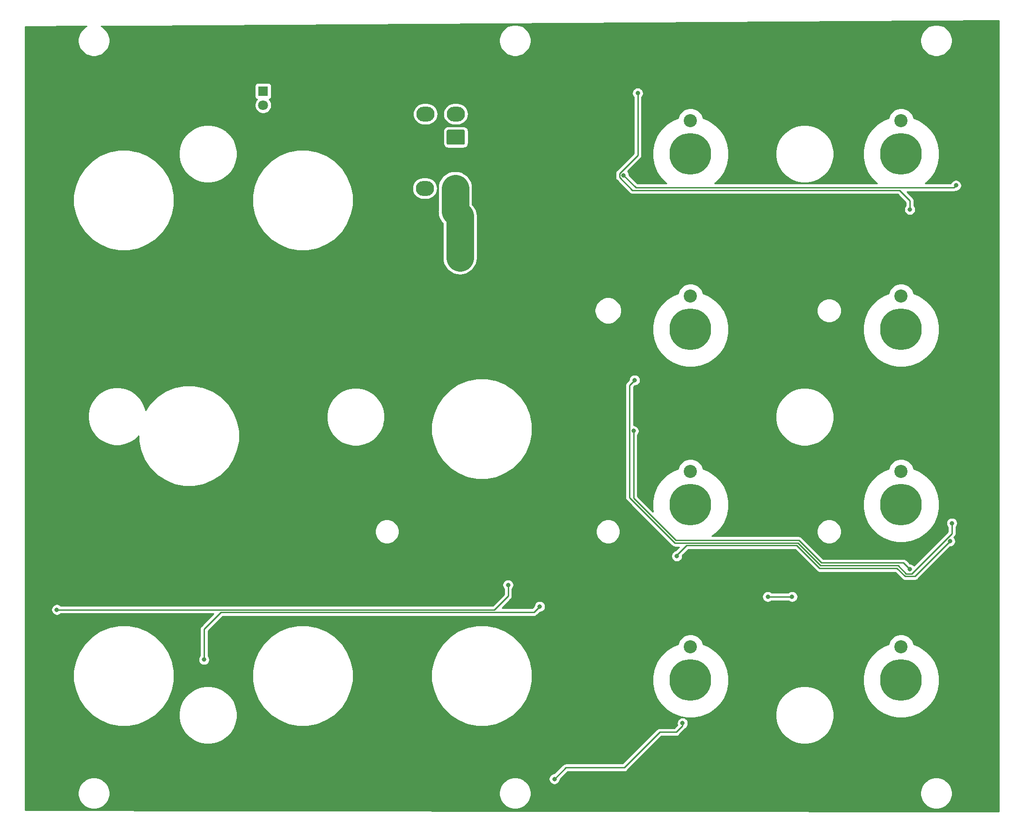
<source format=gbr>
%TF.GenerationSoftware,KiCad,Pcbnew,(5.1.10)-1*%
%TF.CreationDate,2021-11-16T16:52:48+11:00*%
%TF.ProjectId,COMM Panel PCB V2,434f4d4d-2050-4616-9e65-6c2050434220,rev?*%
%TF.SameCoordinates,Original*%
%TF.FileFunction,Copper,L2,Bot*%
%TF.FilePolarity,Positive*%
%FSLAX46Y46*%
G04 Gerber Fmt 4.6, Leading zero omitted, Abs format (unit mm)*
G04 Created by KiCad (PCBNEW (5.1.10)-1) date 2021-11-16 16:52:48*
%MOMM*%
%LPD*%
G01*
G04 APERTURE LIST*
%TA.AperFunction,ComponentPad*%
%ADD10O,3.300000X2.700000*%
%TD*%
%TA.AperFunction,WasherPad*%
%ADD11C,7.540752*%
%TD*%
%TA.AperFunction,WasherPad*%
%ADD12C,2.381250*%
%TD*%
%TA.AperFunction,ComponentPad*%
%ADD13C,1.800000*%
%TD*%
%TA.AperFunction,ComponentPad*%
%ADD14R,1.800000X1.800000*%
%TD*%
%TA.AperFunction,ViaPad*%
%ADD15C,0.800000*%
%TD*%
%TA.AperFunction,ViaPad*%
%ADD16C,1.000000*%
%TD*%
%TA.AperFunction,Conductor*%
%ADD17C,0.250000*%
%TD*%
%TA.AperFunction,Conductor*%
%ADD18C,5.000000*%
%TD*%
%TA.AperFunction,Conductor*%
%ADD19C,0.254000*%
%TD*%
%TA.AperFunction,Conductor*%
%ADD20C,0.100000*%
%TD*%
G04 APERTURE END LIST*
D10*
%TO.P,J2,4*%
%TO.N,/DATAOUT*%
X136842000Y-47870000D03*
%TO.P,J2,3*%
%TO.N,/LEDGND*%
X136842000Y-52070000D03*
%TO.P,J2,2*%
%TO.N,/LED+5V*%
X142342000Y-47870000D03*
%TO.P,J2,1*%
%TA.AperFunction,ComponentPad*%
G36*
G01*
X143741999Y-53420000D02*
X140942001Y-53420000D01*
G75*
G02*
X140692000Y-53169999I0J250001D01*
G01*
X140692000Y-50970001D01*
G75*
G02*
X140942001Y-50720000I250001J0D01*
G01*
X143741999Y-50720000D01*
G75*
G02*
X143992000Y-50970001I0J-250001D01*
G01*
X143992000Y-53169999D01*
G75*
G02*
X143741999Y-53420000I-250001J0D01*
G01*
G37*
%TD.AperFunction*%
%TD*%
%TO.P,J1,4*%
%TO.N,/DATAIN*%
X136943000Y-34408000D03*
%TO.P,J1,3*%
%TO.N,/LEDGND*%
X136943000Y-38608000D03*
%TO.P,J1,2*%
%TO.N,/LED+5V*%
X142443000Y-34408000D03*
%TO.P,J1,1*%
%TA.AperFunction,ComponentPad*%
G36*
G01*
X143842999Y-39958000D02*
X141043001Y-39958000D01*
G75*
G02*
X140793000Y-39707999I0J250001D01*
G01*
X140793000Y-37508001D01*
G75*
G02*
X141043001Y-37258000I250001J0D01*
G01*
X143842999Y-37258000D01*
G75*
G02*
X144093000Y-37508001I0J-250001D01*
G01*
X144093000Y-39707999D01*
G75*
G02*
X143842999Y-39958000I-250001J0D01*
G01*
G37*
%TD.AperFunction*%
%TD*%
D11*
%TO.P,9,*%
%TO.N,*%
X223019370Y-41629622D03*
D12*
X223019370Y-35629622D03*
%TD*%
%TO.P,8,*%
%TO.N,*%
X184919370Y-35629622D03*
D11*
X184919370Y-41629622D03*
%TD*%
D12*
%TO.P,11,*%
%TO.N,*%
X223019370Y-67379622D03*
D11*
X223019370Y-73379622D03*
%TD*%
%TO.P,10,*%
%TO.N,*%
X184919370Y-73379622D03*
D12*
X184919370Y-67379622D03*
%TD*%
D11*
%TO.P,13,*%
%TO.N,*%
X223019370Y-105129622D03*
D12*
X223019370Y-99129622D03*
%TD*%
%TO.P,12,*%
%TO.N,*%
X184919370Y-99129622D03*
D11*
X184919370Y-105129622D03*
%TD*%
%TO.P,16,*%
%TO.N,*%
X223019370Y-136879622D03*
D12*
X223019370Y-130879622D03*
%TD*%
D11*
%TO.P,14,*%
%TO.N,*%
X184919370Y-136879622D03*
D12*
X184919370Y-130879622D03*
%TD*%
D13*
%TO.P,D110,2*%
%TO.N,/LED+5V*%
X107600000Y-32825000D03*
D14*
%TO.P,D110,1*%
%TO.N,Net-(D110-Pad1)*%
X107600000Y-30285000D03*
%TD*%
%TO.P,C1,2*%
%TO.N,/LEDGND*%
%TA.AperFunction,SMDPad,CuDef*%
G36*
G01*
X138450000Y-59400000D02*
X138450000Y-61400000D01*
G75*
G02*
X138200000Y-61650000I-250000J0D01*
G01*
X135200000Y-61650000D01*
G75*
G02*
X134950000Y-61400000I0J250000D01*
G01*
X134950000Y-59400000D01*
G75*
G02*
X135200000Y-59150000I250000J0D01*
G01*
X138200000Y-59150000D01*
G75*
G02*
X138450000Y-59400000I0J-250000D01*
G01*
G37*
%TD.AperFunction*%
%TO.P,C1,1*%
%TO.N,/LED+5V*%
%TA.AperFunction,SMDPad,CuDef*%
G36*
G01*
X144950000Y-59400000D02*
X144950000Y-61400000D01*
G75*
G02*
X144700000Y-61650000I-250000J0D01*
G01*
X141700000Y-61650000D01*
G75*
G02*
X141450000Y-61400000I0J250000D01*
G01*
X141450000Y-59400000D01*
G75*
G02*
X141700000Y-59150000I250000J0D01*
G01*
X144700000Y-59150000D01*
G75*
G02*
X144950000Y-59400000I0J-250000D01*
G01*
G37*
%TD.AperFunction*%
%TD*%
D15*
%TO.N,Net-(D40-Pad2)*%
X70274180Y-124150120D03*
X151909780Y-119674640D03*
%TO.N,Net-(D49-Pad2)*%
X96898800Y-133184560D03*
X157642560Y-123573540D03*
%TO.N,Net-(D76-Pad2)*%
X198900000Y-121800000D03*
X203300000Y-121800000D03*
%TO.N,Net-(D78-Pad2)*%
X231850000Y-111750000D03*
X182450000Y-114450000D03*
%TO.N,Net-(D82-Pad2)*%
X174600000Y-91800000D03*
X224600000Y-116850000D03*
%TO.N,Net-(D88-Pad2)*%
X174800000Y-82600000D03*
X232200000Y-108500000D03*
%TO.N,Net-(D96-Pad2)*%
X172794000Y-45506000D03*
X232950000Y-47350000D03*
%TO.N,Net-(D102-Pad2)*%
X175367600Y-30632400D03*
X224600000Y-51700000D03*
D16*
%TO.N,/LEDGND*%
X92252800Y-37388800D03*
X91388800Y-64160000D03*
X152730600Y-81940000D03*
X97993200Y-118516400D03*
X120116600Y-119176800D03*
X129743200Y-118922800D03*
X106019600Y-129905760D03*
X153258520Y-126456440D03*
X218409520Y-128163320D03*
X219507000Y-151243000D03*
X181328000Y-151272000D03*
X164100000Y-147650000D03*
X156195000Y-148945000D03*
X91600000Y-144750000D03*
X103900000Y-141500000D03*
X164300000Y-90450000D03*
X116300000Y-67200000D03*
X124850000Y-67050000D03*
X169900000Y-155350000D03*
X180050000Y-96100000D03*
X190250000Y-97150000D03*
X195400000Y-96550000D03*
X231648000Y-56048000D03*
X193600000Y-53000000D03*
X180973000Y-52873000D03*
X172794000Y-53394000D03*
X225375600Y-30124400D03*
X218100000Y-65100000D03*
X229600000Y-98200000D03*
X108200000Y-42075000D03*
X112950000Y-31125000D03*
X74500000Y-41150000D03*
X95850000Y-55075000D03*
X104525000Y-54875000D03*
X71225000Y-70000000D03*
X79925000Y-68900000D03*
X104800000Y-72725000D03*
X92500000Y-81500000D03*
X101275000Y-81350000D03*
X110450000Y-83525000D03*
X115950000Y-100300000D03*
X113350000Y-107200000D03*
X93475000Y-105925000D03*
X86900000Y-107500000D03*
X83100000Y-99700000D03*
X72925000Y-93025000D03*
X87000000Y-80375000D03*
X69200000Y-120000000D03*
X88200000Y-119000000D03*
X107770000Y-120820000D03*
X139987500Y-119437500D03*
X149225000Y-120150000D03*
X157875000Y-121200000D03*
X166500000Y-123350000D03*
X166350000Y-113425000D03*
X77175000Y-127375000D03*
X94125000Y-127100000D03*
X126400000Y-128450000D03*
X132825000Y-139775000D03*
X156075000Y-128175000D03*
X164250000Y-136425000D03*
X145600000Y-152200000D03*
X195400000Y-149725000D03*
X178200000Y-128275000D03*
X192775000Y-126400000D03*
X196500000Y-118375000D03*
X182310000Y-118760000D03*
X166660000Y-27150000D03*
X165410000Y-34540000D03*
X172800000Y-36980000D03*
X179200000Y-33770000D03*
X193410000Y-31790000D03*
X209580000Y-24450000D03*
X163670000Y-46930000D03*
X221340000Y-54580000D03*
X230750000Y-63300000D03*
X194740000Y-61800000D03*
X193620000Y-65120000D03*
X202110000Y-53490000D03*
X165100000Y-57250000D03*
X163590000Y-69850000D03*
X152250000Y-69990000D03*
X141630000Y-69720000D03*
X131710000Y-69780000D03*
X124120000Y-72840000D03*
X80980000Y-152510000D03*
X89870000Y-151060000D03*
X118450000Y-151290000D03*
X231210000Y-120070000D03*
X229820000Y-128500000D03*
X228640000Y-151940000D03*
X217880000Y-96600000D03*
X233100000Y-97390000D03*
X233090000Y-87510000D03*
X221260000Y-86800000D03*
X194550000Y-86700000D03*
X183070000Y-86290000D03*
X165970000Y-101010000D03*
X151280000Y-106050000D03*
X165490000Y-78880000D03*
X115130000Y-91690000D03*
X141759990Y-127775010D03*
X123129040Y-40558720D03*
X94234000Y-71120000D03*
X87376000Y-71374000D03*
X111302000Y-65990000D03*
X217950000Y-118600000D03*
X120509990Y-156990010D03*
D15*
%TO.N,Net-(D109-Pad2)*%
X160300300Y-154800300D03*
X183474360Y-144686020D03*
%TD*%
D17*
%TO.N,Net-(D40-Pad2)*%
X146445882Y-124150120D02*
X146450962Y-124145040D01*
X70274180Y-124150120D02*
X146445882Y-124150120D01*
X146450962Y-124145040D02*
X149448520Y-124145040D01*
X149448520Y-124145040D02*
X151909780Y-121683780D01*
X151909780Y-121683780D02*
X151909780Y-119674640D01*
X151909780Y-119674640D02*
X151909780Y-119674640D01*
%TO.N,Net-(D49-Pad2)*%
X96898800Y-133184560D02*
X96898800Y-127667680D01*
X96898800Y-127667680D02*
X99966350Y-124600130D01*
X146976670Y-124600130D02*
X146981750Y-124595050D01*
X99966350Y-124600130D02*
X146976670Y-124600130D01*
X146976670Y-124600130D02*
X156615970Y-124600130D01*
X156615970Y-124600130D02*
X157642560Y-123573540D01*
X157642560Y-123573540D02*
X157642560Y-123573540D01*
%TO.N,Net-(D76-Pad2)*%
X198900000Y-121800000D02*
X200700000Y-121800000D01*
X200700000Y-121800000D02*
X203300000Y-121800000D01*
X203300000Y-121800000D02*
X203300000Y-121800000D01*
%TO.N,Net-(D78-Pad2)*%
X182450000Y-114450000D02*
X182450000Y-114450000D01*
X225499991Y-118100009D02*
X231850000Y-111750000D01*
X223737199Y-118100009D02*
X225499991Y-118100009D01*
X222266800Y-116629610D02*
X223737199Y-118100009D01*
X182450000Y-114250000D02*
X184199981Y-112500019D01*
X182450000Y-114450000D02*
X182450000Y-114250000D01*
X204140399Y-112500019D02*
X208269990Y-116629610D01*
X184199981Y-112500019D02*
X204140399Y-112500019D01*
X208269990Y-116629610D02*
X222266800Y-116629610D01*
%TO.N,Net-(D82-Pad2)*%
X174600000Y-91800000D02*
X174600000Y-91800000D01*
X224300000Y-116850000D02*
X224600000Y-116850000D01*
X224600000Y-116850000D02*
X224600000Y-116850000D01*
X223421600Y-115671600D02*
X224600000Y-116850000D01*
X174600000Y-103939636D02*
X182260364Y-111600000D01*
X208584800Y-115671600D02*
X223421600Y-115671600D01*
X174600000Y-91800000D02*
X174600000Y-103939636D01*
X204513200Y-111600000D02*
X208584800Y-115671600D01*
X182260364Y-111600000D02*
X204513200Y-111600000D01*
%TO.N,Net-(D88-Pad2)*%
X174800000Y-82600000D02*
X174800000Y-82600000D01*
X224900000Y-117650000D02*
X232200000Y-110350000D01*
X222453200Y-116179600D02*
X223923600Y-117650000D01*
X208456390Y-116179600D02*
X222453200Y-116179600D01*
X173874999Y-83525001D02*
X173874999Y-103851045D01*
X232200000Y-110350000D02*
X232200000Y-108500000D01*
X174800000Y-82600000D02*
X173874999Y-83525001D01*
X173874999Y-103851045D02*
X182073963Y-112050009D01*
X182073963Y-112050009D02*
X204326799Y-112050009D01*
X223923600Y-117650000D02*
X224900000Y-117650000D01*
X204326799Y-112050009D02*
X208456390Y-116179600D01*
%TO.N,Net-(D96-Pad2)*%
X175037999Y-47749999D02*
X172794000Y-45506000D01*
X232550001Y-47749999D02*
X175037999Y-47749999D01*
X232950000Y-47350000D02*
X232550001Y-47749999D01*
%TO.N,Net-(D102-Pad2)*%
X172068999Y-45854001D02*
X174415007Y-48200009D01*
X172068999Y-45157999D02*
X172068999Y-45854001D01*
X175367600Y-30632400D02*
X175367600Y-41859398D01*
X175367600Y-41859398D02*
X172068999Y-45157999D01*
X174415007Y-48200009D02*
X222700009Y-48200009D01*
X222700009Y-48200009D02*
X224600000Y-50100000D01*
X224600000Y-50100000D02*
X224600000Y-51700000D01*
X224600000Y-51700000D02*
X224600000Y-51700000D01*
D18*
%TO.N,/LED+5V*%
X143200000Y-52928000D02*
X142342000Y-52070000D01*
X143200000Y-60400000D02*
X143200000Y-52928000D01*
X142342000Y-52070000D02*
X142342000Y-47870000D01*
D17*
%TO.N,Net-(D109-Pad2)*%
X160300300Y-154800300D02*
X162352620Y-152747980D01*
X162352620Y-152747980D02*
X172938440Y-152747980D01*
X172938440Y-152747980D02*
X179367180Y-146319240D01*
X179367180Y-146319240D02*
X182313580Y-146319240D01*
X182313580Y-146319240D02*
X183474360Y-145158460D01*
X183474360Y-145158460D02*
X183474360Y-144686020D01*
X183474360Y-144686020D02*
X183474360Y-144686020D01*
%TD*%
D19*
%TO.N,/LEDGND*%
X240648000Y-18154497D02*
X240647989Y-18154610D01*
X240648000Y-18185672D01*
X240648000Y-18218421D01*
X240648012Y-18218540D01*
X240698569Y-160688054D01*
X104097690Y-160531760D01*
X64541445Y-160452055D01*
X64542638Y-157105907D01*
X74096383Y-157105907D01*
X74096383Y-157674337D01*
X74207278Y-158231846D01*
X74424807Y-158757008D01*
X74740610Y-159229640D01*
X75142552Y-159631582D01*
X75615184Y-159947385D01*
X76140346Y-160164914D01*
X76697855Y-160275809D01*
X77266285Y-160275809D01*
X77823794Y-160164914D01*
X78348956Y-159947385D01*
X78821588Y-159631582D01*
X79223530Y-159229640D01*
X79539333Y-158757008D01*
X79756862Y-158231846D01*
X79867757Y-157674337D01*
X79867757Y-157105907D01*
X150296383Y-157105907D01*
X150296383Y-157674337D01*
X150407278Y-158231846D01*
X150624807Y-158757008D01*
X150940610Y-159229640D01*
X151342552Y-159631582D01*
X151815184Y-159947385D01*
X152340346Y-160164914D01*
X152897855Y-160275809D01*
X153466285Y-160275809D01*
X154023794Y-160164914D01*
X154548956Y-159947385D01*
X155021588Y-159631582D01*
X155423530Y-159229640D01*
X155739333Y-158757008D01*
X155956862Y-158231846D01*
X156067757Y-157674337D01*
X156067757Y-157105907D01*
X226496383Y-157105907D01*
X226496383Y-157674337D01*
X226607278Y-158231846D01*
X226824807Y-158757008D01*
X227140610Y-159229640D01*
X227542552Y-159631582D01*
X228015184Y-159947385D01*
X228540346Y-160164914D01*
X229097855Y-160275809D01*
X229666285Y-160275809D01*
X230223794Y-160164914D01*
X230748956Y-159947385D01*
X231221588Y-159631582D01*
X231623530Y-159229640D01*
X231939333Y-158757008D01*
X232156862Y-158231846D01*
X232267757Y-157674337D01*
X232267757Y-157105907D01*
X232156862Y-156548398D01*
X231939333Y-156023236D01*
X231623530Y-155550604D01*
X231221588Y-155148662D01*
X230748956Y-154832859D01*
X230223794Y-154615330D01*
X229666285Y-154504435D01*
X229097855Y-154504435D01*
X228540346Y-154615330D01*
X228015184Y-154832859D01*
X227542552Y-155148662D01*
X227140610Y-155550604D01*
X226824807Y-156023236D01*
X226607278Y-156548398D01*
X226496383Y-157105907D01*
X156067757Y-157105907D01*
X155956862Y-156548398D01*
X155739333Y-156023236D01*
X155423530Y-155550604D01*
X155021588Y-155148662D01*
X154548956Y-154832859D01*
X154226152Y-154699149D01*
X159273300Y-154699149D01*
X159273300Y-154901451D01*
X159312767Y-155099865D01*
X159390185Y-155286767D01*
X159502577Y-155454974D01*
X159645626Y-155598023D01*
X159813833Y-155710415D01*
X160000735Y-155787833D01*
X160199149Y-155827300D01*
X160401451Y-155827300D01*
X160599865Y-155787833D01*
X160786767Y-155710415D01*
X160954974Y-155598023D01*
X161098023Y-155454974D01*
X161210415Y-155286767D01*
X161287833Y-155099865D01*
X161327300Y-154901451D01*
X161327300Y-154836788D01*
X162664109Y-153499980D01*
X172901505Y-153499980D01*
X172938440Y-153503618D01*
X172975375Y-153499980D01*
X172975378Y-153499980D01*
X173085858Y-153489099D01*
X173227610Y-153446098D01*
X173358250Y-153376270D01*
X173472757Y-153282297D01*
X173496307Y-153253601D01*
X179678669Y-147071240D01*
X182276645Y-147071240D01*
X182313580Y-147074878D01*
X182350515Y-147071240D01*
X182350518Y-147071240D01*
X182460998Y-147060359D01*
X182602750Y-147017358D01*
X182733390Y-146947530D01*
X182847897Y-146853557D01*
X182871447Y-146824861D01*
X183979987Y-145716322D01*
X184008677Y-145692777D01*
X184102650Y-145578270D01*
X184172478Y-145447630D01*
X184175670Y-145437107D01*
X184272083Y-145340694D01*
X184384475Y-145172487D01*
X184461893Y-144985585D01*
X184501360Y-144787171D01*
X184501360Y-144584869D01*
X184461893Y-144386455D01*
X184384475Y-144199553D01*
X184272083Y-144031346D01*
X184129034Y-143888297D01*
X183960827Y-143775905D01*
X183773925Y-143698487D01*
X183575511Y-143659020D01*
X183373209Y-143659020D01*
X183174795Y-143698487D01*
X182987893Y-143775905D01*
X182819686Y-143888297D01*
X182676637Y-144031346D01*
X182564245Y-144199553D01*
X182486827Y-144386455D01*
X182447360Y-144584869D01*
X182447360Y-144787171D01*
X182486827Y-144985585D01*
X182515214Y-145054117D01*
X182002092Y-145567240D01*
X179404115Y-145567240D01*
X179367179Y-145563602D01*
X179330244Y-145567240D01*
X179330242Y-145567240D01*
X179219762Y-145578121D01*
X179078010Y-145621122D01*
X179017197Y-145653627D01*
X178947369Y-145690950D01*
X178861554Y-145761377D01*
X178832863Y-145784923D01*
X178809317Y-145813614D01*
X172626952Y-151995980D01*
X162389555Y-151995980D01*
X162352620Y-151992342D01*
X162315684Y-151995980D01*
X162315682Y-151995980D01*
X162205202Y-152006861D01*
X162063450Y-152049862D01*
X161932810Y-152119690D01*
X161818303Y-152213663D01*
X161794757Y-152242354D01*
X160263812Y-153773300D01*
X160199149Y-153773300D01*
X160000735Y-153812767D01*
X159813833Y-153890185D01*
X159645626Y-154002577D01*
X159502577Y-154145626D01*
X159390185Y-154313833D01*
X159312767Y-154500735D01*
X159273300Y-154699149D01*
X154226152Y-154699149D01*
X154023794Y-154615330D01*
X153466285Y-154504435D01*
X152897855Y-154504435D01*
X152340346Y-154615330D01*
X151815184Y-154832859D01*
X151342552Y-155148662D01*
X150940610Y-155550604D01*
X150624807Y-156023236D01*
X150407278Y-156548398D01*
X150296383Y-157105907D01*
X79867757Y-157105907D01*
X79756862Y-156548398D01*
X79539333Y-156023236D01*
X79223530Y-155550604D01*
X78821588Y-155148662D01*
X78348956Y-154832859D01*
X77823794Y-154615330D01*
X77266285Y-154504435D01*
X76697855Y-154504435D01*
X76140346Y-154615330D01*
X75615184Y-154832859D01*
X75142552Y-155148662D01*
X74740610Y-155550604D01*
X74424807Y-156023236D01*
X74207278Y-156548398D01*
X74096383Y-157105907D01*
X64542638Y-157105907D01*
X64550443Y-135218691D01*
X73252570Y-135218691D01*
X73252570Y-137016553D01*
X73603315Y-138779870D01*
X74291327Y-140440878D01*
X75290166Y-141935746D01*
X76561446Y-143207026D01*
X78056314Y-144205865D01*
X79717322Y-144893877D01*
X81480639Y-145244622D01*
X83278501Y-145244622D01*
X85041818Y-144893877D01*
X86702826Y-144205865D01*
X88197694Y-143207026D01*
X88694837Y-142709883D01*
X92342570Y-142709883D01*
X92342570Y-143749361D01*
X92545362Y-144768866D01*
X92943153Y-145729219D01*
X93520657Y-146593513D01*
X94255679Y-147328535D01*
X95119973Y-147906039D01*
X96080326Y-148303830D01*
X97099831Y-148506622D01*
X98139309Y-148506622D01*
X99158814Y-148303830D01*
X100119167Y-147906039D01*
X100983461Y-147328535D01*
X101718483Y-146593513D01*
X102295987Y-145729219D01*
X102693778Y-144768866D01*
X102896570Y-143749361D01*
X102896570Y-142709883D01*
X102693778Y-141690378D01*
X102295987Y-140730025D01*
X101718483Y-139865731D01*
X100983461Y-139130709D01*
X100119167Y-138553205D01*
X99158814Y-138155414D01*
X98139309Y-137952622D01*
X97099831Y-137952622D01*
X96080326Y-138155414D01*
X95119973Y-138553205D01*
X94255679Y-139130709D01*
X93520657Y-139865731D01*
X92943153Y-140730025D01*
X92545362Y-141690378D01*
X92342570Y-142709883D01*
X88694837Y-142709883D01*
X89468974Y-141935746D01*
X90467813Y-140440878D01*
X91155825Y-138779870D01*
X91506570Y-137016553D01*
X91506570Y-135218691D01*
X105637570Y-135218691D01*
X105637570Y-137016553D01*
X105988315Y-138779870D01*
X106676327Y-140440878D01*
X107675166Y-141935746D01*
X108946446Y-143207026D01*
X110441314Y-144205865D01*
X112102322Y-144893877D01*
X113865639Y-145244622D01*
X115663501Y-145244622D01*
X117426818Y-144893877D01*
X119087826Y-144205865D01*
X120582694Y-143207026D01*
X121853974Y-141935746D01*
X122852813Y-140440878D01*
X123540825Y-138779870D01*
X123891570Y-137016553D01*
X123891570Y-135218691D01*
X138022570Y-135218691D01*
X138022570Y-137016553D01*
X138373315Y-138779870D01*
X139061327Y-140440878D01*
X140060166Y-141935746D01*
X141331446Y-143207026D01*
X142826314Y-144205865D01*
X144487322Y-144893877D01*
X146250639Y-145244622D01*
X148048501Y-145244622D01*
X149811818Y-144893877D01*
X151472826Y-144205865D01*
X152967694Y-143207026D01*
X154238974Y-141935746D01*
X155237813Y-140440878D01*
X155925825Y-138779870D01*
X156276570Y-137016553D01*
X156276570Y-136200290D01*
X178021994Y-136200290D01*
X178021994Y-137558954D01*
X178287057Y-138891512D01*
X178806995Y-140146754D01*
X179561829Y-141276443D01*
X180522549Y-142237163D01*
X181652238Y-142991997D01*
X182907480Y-143511935D01*
X184240038Y-143776998D01*
X185598702Y-143776998D01*
X186931260Y-143511935D01*
X188186502Y-142991997D01*
X188608715Y-142709883D01*
X200292570Y-142709883D01*
X200292570Y-143749361D01*
X200495362Y-144768866D01*
X200893153Y-145729219D01*
X201470657Y-146593513D01*
X202205679Y-147328535D01*
X203069973Y-147906039D01*
X204030326Y-148303830D01*
X205049831Y-148506622D01*
X206089309Y-148506622D01*
X207108814Y-148303830D01*
X208069167Y-147906039D01*
X208933461Y-147328535D01*
X209668483Y-146593513D01*
X210245987Y-145729219D01*
X210643778Y-144768866D01*
X210846570Y-143749361D01*
X210846570Y-142709883D01*
X210643778Y-141690378D01*
X210245987Y-140730025D01*
X209668483Y-139865731D01*
X208933461Y-139130709D01*
X208069167Y-138553205D01*
X207108814Y-138155414D01*
X206089309Y-137952622D01*
X205049831Y-137952622D01*
X204030326Y-138155414D01*
X203069973Y-138553205D01*
X202205679Y-139130709D01*
X201470657Y-139865731D01*
X200893153Y-140730025D01*
X200495362Y-141690378D01*
X200292570Y-142709883D01*
X188608715Y-142709883D01*
X189316191Y-142237163D01*
X190276911Y-141276443D01*
X191031745Y-140146754D01*
X191551683Y-138891512D01*
X191816746Y-137558954D01*
X191816746Y-136200290D01*
X216121994Y-136200290D01*
X216121994Y-137558954D01*
X216387057Y-138891512D01*
X216906995Y-140146754D01*
X217661829Y-141276443D01*
X218622549Y-142237163D01*
X219752238Y-142991997D01*
X221007480Y-143511935D01*
X222340038Y-143776998D01*
X223698702Y-143776998D01*
X225031260Y-143511935D01*
X226286502Y-142991997D01*
X227416191Y-142237163D01*
X228376911Y-141276443D01*
X229131745Y-140146754D01*
X229651683Y-138891512D01*
X229916746Y-137558954D01*
X229916746Y-136200290D01*
X229651683Y-134867732D01*
X229131745Y-133612490D01*
X228376911Y-132482801D01*
X227416191Y-131522081D01*
X226286502Y-130767247D01*
X225276861Y-130349040D01*
X225247930Y-130203596D01*
X225073223Y-129781815D01*
X224819587Y-129402222D01*
X224496770Y-129079405D01*
X224117177Y-128825769D01*
X223695396Y-128651062D01*
X223247636Y-128561997D01*
X222791104Y-128561997D01*
X222343344Y-128651062D01*
X221921563Y-128825769D01*
X221541970Y-129079405D01*
X221219153Y-129402222D01*
X220965517Y-129781815D01*
X220790810Y-130203596D01*
X220761879Y-130349040D01*
X219752238Y-130767247D01*
X218622549Y-131522081D01*
X217661829Y-132482801D01*
X216906995Y-133612490D01*
X216387057Y-134867732D01*
X216121994Y-136200290D01*
X191816746Y-136200290D01*
X191551683Y-134867732D01*
X191031745Y-133612490D01*
X190276911Y-132482801D01*
X189316191Y-131522081D01*
X188186502Y-130767247D01*
X187176861Y-130349040D01*
X187147930Y-130203596D01*
X186973223Y-129781815D01*
X186719587Y-129402222D01*
X186396770Y-129079405D01*
X186017177Y-128825769D01*
X185595396Y-128651062D01*
X185147636Y-128561997D01*
X184691104Y-128561997D01*
X184243344Y-128651062D01*
X183821563Y-128825769D01*
X183441970Y-129079405D01*
X183119153Y-129402222D01*
X182865517Y-129781815D01*
X182690810Y-130203596D01*
X182661879Y-130349040D01*
X181652238Y-130767247D01*
X180522549Y-131522081D01*
X179561829Y-132482801D01*
X178806995Y-133612490D01*
X178287057Y-134867732D01*
X178021994Y-136200290D01*
X156276570Y-136200290D01*
X156276570Y-135218691D01*
X155925825Y-133455374D01*
X155237813Y-131794366D01*
X154238974Y-130299498D01*
X152967694Y-129028218D01*
X151472826Y-128029379D01*
X149811818Y-127341367D01*
X148048501Y-126990622D01*
X146250639Y-126990622D01*
X144487322Y-127341367D01*
X142826314Y-128029379D01*
X141331446Y-129028218D01*
X140060166Y-130299498D01*
X139061327Y-131794366D01*
X138373315Y-133455374D01*
X138022570Y-135218691D01*
X123891570Y-135218691D01*
X123540825Y-133455374D01*
X122852813Y-131794366D01*
X121853974Y-130299498D01*
X120582694Y-129028218D01*
X119087826Y-128029379D01*
X117426818Y-127341367D01*
X115663501Y-126990622D01*
X113865639Y-126990622D01*
X112102322Y-127341367D01*
X110441314Y-128029379D01*
X108946446Y-129028218D01*
X107675166Y-130299498D01*
X106676327Y-131794366D01*
X105988315Y-133455374D01*
X105637570Y-135218691D01*
X91506570Y-135218691D01*
X91155825Y-133455374D01*
X90467813Y-131794366D01*
X89468974Y-130299498D01*
X88197694Y-129028218D01*
X86702826Y-128029379D01*
X85041818Y-127341367D01*
X83278501Y-126990622D01*
X81480639Y-126990622D01*
X79717322Y-127341367D01*
X78056314Y-128029379D01*
X76561446Y-129028218D01*
X75290166Y-130299498D01*
X74291327Y-131794366D01*
X73603315Y-133455374D01*
X73252570Y-135218691D01*
X64550443Y-135218691D01*
X64554427Y-124048969D01*
X69247180Y-124048969D01*
X69247180Y-124251271D01*
X69286647Y-124449685D01*
X69364065Y-124636587D01*
X69476457Y-124804794D01*
X69619506Y-124947843D01*
X69787713Y-125060235D01*
X69974615Y-125137653D01*
X70173029Y-125177120D01*
X70375331Y-125177120D01*
X70573745Y-125137653D01*
X70760647Y-125060235D01*
X70928854Y-124947843D01*
X70974577Y-124902120D01*
X98600871Y-124902120D01*
X96393175Y-127109817D01*
X96364484Y-127133363D01*
X96340938Y-127162054D01*
X96340937Y-127162055D01*
X96270510Y-127247870D01*
X96200682Y-127378511D01*
X96157682Y-127520263D01*
X96143162Y-127667680D01*
X96146801Y-127704625D01*
X96146800Y-132484163D01*
X96101077Y-132529886D01*
X95988685Y-132698093D01*
X95911267Y-132884995D01*
X95871800Y-133083409D01*
X95871800Y-133285711D01*
X95911267Y-133484125D01*
X95988685Y-133671027D01*
X96101077Y-133839234D01*
X96244126Y-133982283D01*
X96412333Y-134094675D01*
X96599235Y-134172093D01*
X96797649Y-134211560D01*
X96999951Y-134211560D01*
X97198365Y-134172093D01*
X97385267Y-134094675D01*
X97553474Y-133982283D01*
X97696523Y-133839234D01*
X97808915Y-133671027D01*
X97886333Y-133484125D01*
X97925800Y-133285711D01*
X97925800Y-133083409D01*
X97886333Y-132884995D01*
X97808915Y-132698093D01*
X97696523Y-132529886D01*
X97650800Y-132484163D01*
X97650800Y-127979168D01*
X100277839Y-125352130D01*
X146939735Y-125352130D01*
X146976670Y-125355768D01*
X147013605Y-125352130D01*
X156579035Y-125352130D01*
X156615970Y-125355768D01*
X156652905Y-125352130D01*
X156652908Y-125352130D01*
X156763388Y-125341249D01*
X156905140Y-125298248D01*
X157035780Y-125228420D01*
X157150287Y-125134447D01*
X157173837Y-125105751D01*
X157679048Y-124600540D01*
X157743711Y-124600540D01*
X157942125Y-124561073D01*
X158129027Y-124483655D01*
X158297234Y-124371263D01*
X158440283Y-124228214D01*
X158552675Y-124060007D01*
X158630093Y-123873105D01*
X158669560Y-123674691D01*
X158669560Y-123472389D01*
X158630093Y-123273975D01*
X158552675Y-123087073D01*
X158440283Y-122918866D01*
X158297234Y-122775817D01*
X158129027Y-122663425D01*
X157942125Y-122586007D01*
X157743711Y-122546540D01*
X157541409Y-122546540D01*
X157342995Y-122586007D01*
X157156093Y-122663425D01*
X156987886Y-122775817D01*
X156844837Y-122918866D01*
X156732445Y-123087073D01*
X156655027Y-123273975D01*
X156615560Y-123472389D01*
X156615560Y-123537052D01*
X156304482Y-123848130D01*
X150808918Y-123848130D01*
X152415407Y-122241642D01*
X152444097Y-122218097D01*
X152467643Y-122189406D01*
X152538070Y-122103591D01*
X152607897Y-121972951D01*
X152607898Y-121972950D01*
X152650899Y-121831198D01*
X152661780Y-121720718D01*
X152661780Y-121720716D01*
X152663933Y-121698849D01*
X197873000Y-121698849D01*
X197873000Y-121901151D01*
X197912467Y-122099565D01*
X197989885Y-122286467D01*
X198102277Y-122454674D01*
X198245326Y-122597723D01*
X198413533Y-122710115D01*
X198600435Y-122787533D01*
X198798849Y-122827000D01*
X199001151Y-122827000D01*
X199199565Y-122787533D01*
X199386467Y-122710115D01*
X199554674Y-122597723D01*
X199600397Y-122552000D01*
X202599603Y-122552000D01*
X202645326Y-122597723D01*
X202813533Y-122710115D01*
X203000435Y-122787533D01*
X203198849Y-122827000D01*
X203401151Y-122827000D01*
X203599565Y-122787533D01*
X203786467Y-122710115D01*
X203954674Y-122597723D01*
X204097723Y-122454674D01*
X204210115Y-122286467D01*
X204287533Y-122099565D01*
X204327000Y-121901151D01*
X204327000Y-121698849D01*
X204287533Y-121500435D01*
X204210115Y-121313533D01*
X204097723Y-121145326D01*
X203954674Y-121002277D01*
X203786467Y-120889885D01*
X203599565Y-120812467D01*
X203401151Y-120773000D01*
X203198849Y-120773000D01*
X203000435Y-120812467D01*
X202813533Y-120889885D01*
X202645326Y-121002277D01*
X202599603Y-121048000D01*
X199600397Y-121048000D01*
X199554674Y-121002277D01*
X199386467Y-120889885D01*
X199199565Y-120812467D01*
X199001151Y-120773000D01*
X198798849Y-120773000D01*
X198600435Y-120812467D01*
X198413533Y-120889885D01*
X198245326Y-121002277D01*
X198102277Y-121145326D01*
X197989885Y-121313533D01*
X197912467Y-121500435D01*
X197873000Y-121698849D01*
X152663933Y-121698849D01*
X152665418Y-121683781D01*
X152661780Y-121646845D01*
X152661780Y-120375037D01*
X152707503Y-120329314D01*
X152819895Y-120161107D01*
X152897313Y-119974205D01*
X152936780Y-119775791D01*
X152936780Y-119573489D01*
X152897313Y-119375075D01*
X152819895Y-119188173D01*
X152707503Y-119019966D01*
X152564454Y-118876917D01*
X152396247Y-118764525D01*
X152209345Y-118687107D01*
X152010931Y-118647640D01*
X151808629Y-118647640D01*
X151610215Y-118687107D01*
X151423313Y-118764525D01*
X151255106Y-118876917D01*
X151112057Y-119019966D01*
X150999665Y-119188173D01*
X150922247Y-119375075D01*
X150882780Y-119573489D01*
X150882780Y-119775791D01*
X150922247Y-119974205D01*
X150999665Y-120161107D01*
X151112057Y-120329314D01*
X151157781Y-120375038D01*
X151157780Y-121372291D01*
X149137032Y-123393040D01*
X146487897Y-123393040D01*
X146450961Y-123389402D01*
X146414026Y-123393040D01*
X146414024Y-123393040D01*
X146362444Y-123398120D01*
X70974577Y-123398120D01*
X70928854Y-123352397D01*
X70760647Y-123240005D01*
X70573745Y-123162587D01*
X70375331Y-123123120D01*
X70173029Y-123123120D01*
X69974615Y-123162587D01*
X69787713Y-123240005D01*
X69619506Y-123352397D01*
X69476457Y-123495446D01*
X69364065Y-123663653D01*
X69286647Y-123850555D01*
X69247180Y-124048969D01*
X64554427Y-124048969D01*
X64559514Y-109782206D01*
X127788700Y-109782206D01*
X127788700Y-110217794D01*
X127873679Y-110645013D01*
X128040371Y-111047444D01*
X128282371Y-111409622D01*
X128590378Y-111717629D01*
X128952556Y-111959629D01*
X129354987Y-112126321D01*
X129782206Y-112211300D01*
X130217794Y-112211300D01*
X130645013Y-112126321D01*
X131047444Y-111959629D01*
X131409622Y-111717629D01*
X131717629Y-111409622D01*
X131959629Y-111047444D01*
X132126321Y-110645013D01*
X132211300Y-110217794D01*
X132211300Y-109782206D01*
X167788700Y-109782206D01*
X167788700Y-110217794D01*
X167873679Y-110645013D01*
X168040371Y-111047444D01*
X168282371Y-111409622D01*
X168590378Y-111717629D01*
X168952556Y-111959629D01*
X169354987Y-112126321D01*
X169782206Y-112211300D01*
X170217794Y-112211300D01*
X170645013Y-112126321D01*
X171047444Y-111959629D01*
X171409622Y-111717629D01*
X171717629Y-111409622D01*
X171959629Y-111047444D01*
X172126321Y-110645013D01*
X172211300Y-110217794D01*
X172211300Y-109782206D01*
X172126321Y-109354987D01*
X171959629Y-108952556D01*
X171717629Y-108590378D01*
X171409622Y-108282371D01*
X171047444Y-108040371D01*
X170645013Y-107873679D01*
X170217794Y-107788700D01*
X169782206Y-107788700D01*
X169354987Y-107873679D01*
X168952556Y-108040371D01*
X168590378Y-108282371D01*
X168282371Y-108590378D01*
X168040371Y-108952556D01*
X167873679Y-109354987D01*
X167788700Y-109782206D01*
X132211300Y-109782206D01*
X132126321Y-109354987D01*
X131959629Y-108952556D01*
X131717629Y-108590378D01*
X131409622Y-108282371D01*
X131047444Y-108040371D01*
X130645013Y-107873679D01*
X130217794Y-107788700D01*
X129782206Y-107788700D01*
X129354987Y-107873679D01*
X128952556Y-108040371D01*
X128590378Y-108282371D01*
X128282371Y-108590378D01*
X128040371Y-108952556D01*
X127873679Y-109354987D01*
X127788700Y-109782206D01*
X64559514Y-109782206D01*
X64567057Y-88634261D01*
X75901400Y-88634261D01*
X75901400Y-89673739D01*
X76104192Y-90693244D01*
X76501983Y-91653597D01*
X77079487Y-92517891D01*
X77814509Y-93252913D01*
X78678803Y-93830417D01*
X79639156Y-94228208D01*
X80658661Y-94431000D01*
X81698139Y-94431000D01*
X82717644Y-94228208D01*
X83677997Y-93830417D01*
X84542291Y-93252913D01*
X85063570Y-92731634D01*
X85063570Y-93582553D01*
X85414315Y-95345870D01*
X86102327Y-97006878D01*
X87101166Y-98501746D01*
X88372446Y-99773026D01*
X89867314Y-100771865D01*
X91528322Y-101459877D01*
X93291639Y-101810622D01*
X95089501Y-101810622D01*
X96852818Y-101459877D01*
X98513826Y-100771865D01*
X100008694Y-99773026D01*
X101279974Y-98501746D01*
X102278813Y-97006878D01*
X102966825Y-95345870D01*
X103317570Y-93582553D01*
X103317570Y-91784691D01*
X102966825Y-90021374D01*
X102433944Y-88734883D01*
X119064608Y-88734883D01*
X119064608Y-89774361D01*
X119267400Y-90793866D01*
X119665191Y-91754219D01*
X120242695Y-92618513D01*
X120977717Y-93353535D01*
X121842011Y-93931039D01*
X122802364Y-94328830D01*
X123821869Y-94531622D01*
X124861347Y-94531622D01*
X125880852Y-94328830D01*
X126841205Y-93931039D01*
X127705499Y-93353535D01*
X128440521Y-92618513D01*
X129018025Y-91754219D01*
X129415816Y-90793866D01*
X129471347Y-90514691D01*
X138022570Y-90514691D01*
X138022570Y-92312553D01*
X138373315Y-94075870D01*
X139061327Y-95736878D01*
X140060166Y-97231746D01*
X141331446Y-98503026D01*
X142826314Y-99501865D01*
X144487322Y-100189877D01*
X146250639Y-100540622D01*
X148048501Y-100540622D01*
X149811818Y-100189877D01*
X151472826Y-99501865D01*
X152967694Y-98503026D01*
X154238974Y-97231746D01*
X155237813Y-95736878D01*
X155925825Y-94075870D01*
X156276570Y-92312553D01*
X156276570Y-90514691D01*
X155925825Y-88751374D01*
X155237813Y-87090366D01*
X154238974Y-85595498D01*
X152967694Y-84324218D01*
X151771582Y-83525001D01*
X173119361Y-83525001D01*
X173122999Y-83561937D01*
X173123000Y-103814099D01*
X173119361Y-103851045D01*
X173133881Y-103998462D01*
X173176881Y-104140214D01*
X173246709Y-104270855D01*
X173317136Y-104356670D01*
X173340683Y-104385362D01*
X173369374Y-104408908D01*
X181516099Y-112555634D01*
X181539646Y-112584326D01*
X181568337Y-112607872D01*
X181654152Y-112678299D01*
X181699658Y-112702621D01*
X181784793Y-112748127D01*
X181926545Y-112791128D01*
X182037025Y-112802009D01*
X182037027Y-112802009D01*
X182073962Y-112805647D01*
X182110898Y-112802009D01*
X182834502Y-112802009D01*
X182179907Y-113456605D01*
X182150435Y-113462467D01*
X181963533Y-113539885D01*
X181795326Y-113652277D01*
X181652277Y-113795326D01*
X181539885Y-113963533D01*
X181462467Y-114150435D01*
X181423000Y-114348849D01*
X181423000Y-114551151D01*
X181462467Y-114749565D01*
X181539885Y-114936467D01*
X181652277Y-115104674D01*
X181795326Y-115247723D01*
X181963533Y-115360115D01*
X182150435Y-115437533D01*
X182348849Y-115477000D01*
X182551151Y-115477000D01*
X182749565Y-115437533D01*
X182936467Y-115360115D01*
X183104674Y-115247723D01*
X183247723Y-115104674D01*
X183360115Y-114936467D01*
X183437533Y-114749565D01*
X183477000Y-114551151D01*
X183477000Y-114348849D01*
X183466654Y-114296835D01*
X184511470Y-113252019D01*
X203828911Y-113252019D01*
X207712123Y-117135231D01*
X207735673Y-117163927D01*
X207850180Y-117257900D01*
X207980820Y-117327728D01*
X208122572Y-117370729D01*
X208233052Y-117381610D01*
X208233054Y-117381610D01*
X208269990Y-117385248D01*
X208306925Y-117381610D01*
X221955312Y-117381610D01*
X223179336Y-118605635D01*
X223202882Y-118634326D01*
X223231573Y-118657872D01*
X223317388Y-118728299D01*
X223385164Y-118764525D01*
X223448029Y-118798127D01*
X223589781Y-118841128D01*
X223700261Y-118852009D01*
X223700263Y-118852009D01*
X223737198Y-118855647D01*
X223774134Y-118852009D01*
X225463056Y-118852009D01*
X225499991Y-118855647D01*
X225536926Y-118852009D01*
X225536929Y-118852009D01*
X225647409Y-118841128D01*
X225789161Y-118798127D01*
X225919801Y-118728299D01*
X226034308Y-118634326D01*
X226057858Y-118605630D01*
X231886489Y-112777000D01*
X231951151Y-112777000D01*
X232149565Y-112737533D01*
X232336467Y-112660115D01*
X232504674Y-112547723D01*
X232647723Y-112404674D01*
X232760115Y-112236467D01*
X232837533Y-112049565D01*
X232877000Y-111851151D01*
X232877000Y-111648849D01*
X232837533Y-111450435D01*
X232760115Y-111263533D01*
X232647723Y-111095326D01*
X232582943Y-111030546D01*
X232705627Y-110907862D01*
X232734317Y-110884317D01*
X232757863Y-110855626D01*
X232828290Y-110769811D01*
X232898118Y-110639170D01*
X232898118Y-110639169D01*
X232941119Y-110497418D01*
X232952000Y-110386938D01*
X232952000Y-110386936D01*
X232955638Y-110350001D01*
X232952000Y-110313065D01*
X232952000Y-109200397D01*
X232997723Y-109154674D01*
X233110115Y-108986467D01*
X233187533Y-108799565D01*
X233227000Y-108601151D01*
X233227000Y-108398849D01*
X233187533Y-108200435D01*
X233110115Y-108013533D01*
X232997723Y-107845326D01*
X232854674Y-107702277D01*
X232686467Y-107589885D01*
X232499565Y-107512467D01*
X232301151Y-107473000D01*
X232098849Y-107473000D01*
X231900435Y-107512467D01*
X231713533Y-107589885D01*
X231545326Y-107702277D01*
X231402277Y-107845326D01*
X231289885Y-108013533D01*
X231212467Y-108200435D01*
X231173000Y-108398849D01*
X231173000Y-108601151D01*
X231212467Y-108799565D01*
X231289885Y-108986467D01*
X231402277Y-109154674D01*
X231448001Y-109200398D01*
X231448000Y-110038511D01*
X225344454Y-116142057D01*
X225254674Y-116052277D01*
X225086467Y-115939885D01*
X224899565Y-115862467D01*
X224701151Y-115823000D01*
X224636489Y-115823000D01*
X223979467Y-115165979D01*
X223955917Y-115137283D01*
X223841410Y-115043310D01*
X223710770Y-114973482D01*
X223569018Y-114930481D01*
X223458538Y-114919600D01*
X223458535Y-114919600D01*
X223421600Y-114915962D01*
X223384665Y-114919600D01*
X208896289Y-114919600D01*
X205071067Y-111094379D01*
X205047517Y-111065683D01*
X204933010Y-110971710D01*
X204802370Y-110901882D01*
X204660618Y-110858881D01*
X204550138Y-110848000D01*
X204550135Y-110848000D01*
X204513200Y-110844362D01*
X204476265Y-110848000D01*
X188776160Y-110848000D01*
X189316191Y-110487163D01*
X190021148Y-109782206D01*
X207788700Y-109782206D01*
X207788700Y-110217794D01*
X207873679Y-110645013D01*
X208040371Y-111047444D01*
X208282371Y-111409622D01*
X208590378Y-111717629D01*
X208952556Y-111959629D01*
X209354987Y-112126321D01*
X209782206Y-112211300D01*
X210217794Y-112211300D01*
X210645013Y-112126321D01*
X211047444Y-111959629D01*
X211409622Y-111717629D01*
X211717629Y-111409622D01*
X211959629Y-111047444D01*
X212126321Y-110645013D01*
X212211300Y-110217794D01*
X212211300Y-109782206D01*
X212126321Y-109354987D01*
X211959629Y-108952556D01*
X211717629Y-108590378D01*
X211409622Y-108282371D01*
X211047444Y-108040371D01*
X210645013Y-107873679D01*
X210217794Y-107788700D01*
X209782206Y-107788700D01*
X209354987Y-107873679D01*
X208952556Y-108040371D01*
X208590378Y-108282371D01*
X208282371Y-108590378D01*
X208040371Y-108952556D01*
X207873679Y-109354987D01*
X207788700Y-109782206D01*
X190021148Y-109782206D01*
X190276911Y-109526443D01*
X191031745Y-108396754D01*
X191551683Y-107141512D01*
X191816746Y-105808954D01*
X191816746Y-104450290D01*
X216121994Y-104450290D01*
X216121994Y-105808954D01*
X216387057Y-107141512D01*
X216906995Y-108396754D01*
X217661829Y-109526443D01*
X218622549Y-110487163D01*
X219752238Y-111241997D01*
X221007480Y-111761935D01*
X222340038Y-112026998D01*
X223698702Y-112026998D01*
X225031260Y-111761935D01*
X226286502Y-111241997D01*
X227416191Y-110487163D01*
X228376911Y-109526443D01*
X229131745Y-108396754D01*
X229651683Y-107141512D01*
X229916746Y-105808954D01*
X229916746Y-104450290D01*
X229651683Y-103117732D01*
X229131745Y-101862490D01*
X228376911Y-100732801D01*
X227416191Y-99772081D01*
X226286502Y-99017247D01*
X225276861Y-98599040D01*
X225247930Y-98453596D01*
X225073223Y-98031815D01*
X224819587Y-97652222D01*
X224496770Y-97329405D01*
X224117177Y-97075769D01*
X223695396Y-96901062D01*
X223247636Y-96811997D01*
X222791104Y-96811997D01*
X222343344Y-96901062D01*
X221921563Y-97075769D01*
X221541970Y-97329405D01*
X221219153Y-97652222D01*
X220965517Y-98031815D01*
X220790810Y-98453596D01*
X220761879Y-98599040D01*
X219752238Y-99017247D01*
X218622549Y-99772081D01*
X217661829Y-100732801D01*
X216906995Y-101862490D01*
X216387057Y-103117732D01*
X216121994Y-104450290D01*
X191816746Y-104450290D01*
X191551683Y-103117732D01*
X191031745Y-101862490D01*
X190276911Y-100732801D01*
X189316191Y-99772081D01*
X188186502Y-99017247D01*
X187176861Y-98599040D01*
X187147930Y-98453596D01*
X186973223Y-98031815D01*
X186719587Y-97652222D01*
X186396770Y-97329405D01*
X186017177Y-97075769D01*
X185595396Y-96901062D01*
X185147636Y-96811997D01*
X184691104Y-96811997D01*
X184243344Y-96901062D01*
X183821563Y-97075769D01*
X183441970Y-97329405D01*
X183119153Y-97652222D01*
X182865517Y-98031815D01*
X182690810Y-98453596D01*
X182661879Y-98599040D01*
X181652238Y-99017247D01*
X180522549Y-99772081D01*
X179561829Y-100732801D01*
X178806995Y-101862490D01*
X178287057Y-103117732D01*
X178021994Y-104450290D01*
X178021994Y-105808954D01*
X178143461Y-106419609D01*
X175352000Y-103628148D01*
X175352000Y-92500397D01*
X175397723Y-92454674D01*
X175510115Y-92286467D01*
X175587533Y-92099565D01*
X175627000Y-91901151D01*
X175627000Y-91698849D01*
X175587533Y-91500435D01*
X175510115Y-91313533D01*
X175397723Y-91145326D01*
X175254674Y-91002277D01*
X175086467Y-90889885D01*
X174899565Y-90812467D01*
X174701151Y-90773000D01*
X174626999Y-90773000D01*
X174626999Y-88734883D01*
X200292570Y-88734883D01*
X200292570Y-89774361D01*
X200495362Y-90793866D01*
X200893153Y-91754219D01*
X201470657Y-92618513D01*
X202205679Y-93353535D01*
X203069973Y-93931039D01*
X204030326Y-94328830D01*
X205049831Y-94531622D01*
X206089309Y-94531622D01*
X207108814Y-94328830D01*
X208069167Y-93931039D01*
X208933461Y-93353535D01*
X209668483Y-92618513D01*
X210245987Y-91754219D01*
X210643778Y-90793866D01*
X210846570Y-89774361D01*
X210846570Y-88734883D01*
X210643778Y-87715378D01*
X210245987Y-86755025D01*
X209668483Y-85890731D01*
X208933461Y-85155709D01*
X208069167Y-84578205D01*
X207108814Y-84180414D01*
X206089309Y-83977622D01*
X205049831Y-83977622D01*
X204030326Y-84180414D01*
X203069973Y-84578205D01*
X202205679Y-85155709D01*
X201470657Y-85890731D01*
X200893153Y-86755025D01*
X200495362Y-87715378D01*
X200292570Y-88734883D01*
X174626999Y-88734883D01*
X174626999Y-83836489D01*
X174836488Y-83627000D01*
X174901151Y-83627000D01*
X175099565Y-83587533D01*
X175286467Y-83510115D01*
X175454674Y-83397723D01*
X175597723Y-83254674D01*
X175710115Y-83086467D01*
X175787533Y-82899565D01*
X175827000Y-82701151D01*
X175827000Y-82498849D01*
X175787533Y-82300435D01*
X175710115Y-82113533D01*
X175597723Y-81945326D01*
X175454674Y-81802277D01*
X175286467Y-81689885D01*
X175099565Y-81612467D01*
X174901151Y-81573000D01*
X174698849Y-81573000D01*
X174500435Y-81612467D01*
X174313533Y-81689885D01*
X174145326Y-81802277D01*
X174002277Y-81945326D01*
X173889885Y-82113533D01*
X173812467Y-82300435D01*
X173773000Y-82498849D01*
X173773000Y-82563512D01*
X173369378Y-82967134D01*
X173340682Y-82990684D01*
X173287582Y-83055387D01*
X173246709Y-83105191D01*
X173231141Y-83134317D01*
X173176881Y-83235832D01*
X173133880Y-83377584D01*
X173131897Y-83397723D01*
X173119361Y-83525001D01*
X151771582Y-83525001D01*
X151472826Y-83325379D01*
X149811818Y-82637367D01*
X148048501Y-82286622D01*
X146250639Y-82286622D01*
X144487322Y-82637367D01*
X142826314Y-83325379D01*
X141331446Y-84324218D01*
X140060166Y-85595498D01*
X139061327Y-87090366D01*
X138373315Y-88751374D01*
X138022570Y-90514691D01*
X129471347Y-90514691D01*
X129618608Y-89774361D01*
X129618608Y-88734883D01*
X129415816Y-87715378D01*
X129018025Y-86755025D01*
X128440521Y-85890731D01*
X127705499Y-85155709D01*
X126841205Y-84578205D01*
X125880852Y-84180414D01*
X124861347Y-83977622D01*
X123821869Y-83977622D01*
X122802364Y-84180414D01*
X121842011Y-84578205D01*
X120977717Y-85155709D01*
X120242695Y-85890731D01*
X119665191Y-86755025D01*
X119267400Y-87715378D01*
X119064608Y-88734883D01*
X102433944Y-88734883D01*
X102278813Y-88360366D01*
X101279974Y-86865498D01*
X100008694Y-85594218D01*
X98513826Y-84595379D01*
X96852818Y-83907367D01*
X95089501Y-83556622D01*
X93291639Y-83556622D01*
X91528322Y-83907367D01*
X89867314Y-84595379D01*
X88372446Y-85594218D01*
X87101166Y-86865498D01*
X86332421Y-88016005D01*
X86252608Y-87614756D01*
X85854817Y-86654403D01*
X85277313Y-85790109D01*
X84542291Y-85055087D01*
X83677997Y-84477583D01*
X82717644Y-84079792D01*
X81698139Y-83877000D01*
X80658661Y-83877000D01*
X79639156Y-84079792D01*
X78678803Y-84477583D01*
X77814509Y-85055087D01*
X77079487Y-85790109D01*
X76501983Y-86654403D01*
X76104192Y-87614756D01*
X75901400Y-88634261D01*
X64567057Y-88634261D01*
X64572739Y-72700290D01*
X178021994Y-72700290D01*
X178021994Y-74058954D01*
X178287057Y-75391512D01*
X178806995Y-76646754D01*
X179561829Y-77776443D01*
X180522549Y-78737163D01*
X181652238Y-79491997D01*
X182907480Y-80011935D01*
X184240038Y-80276998D01*
X185598702Y-80276998D01*
X186931260Y-80011935D01*
X188186502Y-79491997D01*
X189316191Y-78737163D01*
X190276911Y-77776443D01*
X191031745Y-76646754D01*
X191551683Y-75391512D01*
X191816746Y-74058954D01*
X191816746Y-72700290D01*
X216121994Y-72700290D01*
X216121994Y-74058954D01*
X216387057Y-75391512D01*
X216906995Y-76646754D01*
X217661829Y-77776443D01*
X218622549Y-78737163D01*
X219752238Y-79491997D01*
X221007480Y-80011935D01*
X222340038Y-80276998D01*
X223698702Y-80276998D01*
X225031260Y-80011935D01*
X226286502Y-79491997D01*
X227416191Y-78737163D01*
X228376911Y-77776443D01*
X229131745Y-76646754D01*
X229651683Y-75391512D01*
X229916746Y-74058954D01*
X229916746Y-72700290D01*
X229651683Y-71367732D01*
X229131745Y-70112490D01*
X228376911Y-68982801D01*
X227416191Y-68022081D01*
X226286502Y-67267247D01*
X225276861Y-66849040D01*
X225247930Y-66703596D01*
X225073223Y-66281815D01*
X224819587Y-65902222D01*
X224496770Y-65579405D01*
X224117177Y-65325769D01*
X223695396Y-65151062D01*
X223247636Y-65061997D01*
X222791104Y-65061997D01*
X222343344Y-65151062D01*
X221921563Y-65325769D01*
X221541970Y-65579405D01*
X221219153Y-65902222D01*
X220965517Y-66281815D01*
X220790810Y-66703596D01*
X220761879Y-66849040D01*
X219752238Y-67267247D01*
X218622549Y-68022081D01*
X217661829Y-68982801D01*
X216906995Y-70112490D01*
X216387057Y-71367732D01*
X216121994Y-72700290D01*
X191816746Y-72700290D01*
X191551683Y-71367732D01*
X191031745Y-70112490D01*
X190811057Y-69782206D01*
X207788700Y-69782206D01*
X207788700Y-70217794D01*
X207873679Y-70645013D01*
X208040371Y-71047444D01*
X208282371Y-71409622D01*
X208590378Y-71717629D01*
X208952556Y-71959629D01*
X209354987Y-72126321D01*
X209782206Y-72211300D01*
X210217794Y-72211300D01*
X210645013Y-72126321D01*
X211047444Y-71959629D01*
X211409622Y-71717629D01*
X211717629Y-71409622D01*
X211959629Y-71047444D01*
X212126321Y-70645013D01*
X212211300Y-70217794D01*
X212211300Y-69782206D01*
X212126321Y-69354987D01*
X211959629Y-68952556D01*
X211717629Y-68590378D01*
X211409622Y-68282371D01*
X211047444Y-68040371D01*
X210645013Y-67873679D01*
X210217794Y-67788700D01*
X209782206Y-67788700D01*
X209354987Y-67873679D01*
X208952556Y-68040371D01*
X208590378Y-68282371D01*
X208282371Y-68590378D01*
X208040371Y-68952556D01*
X207873679Y-69354987D01*
X207788700Y-69782206D01*
X190811057Y-69782206D01*
X190276911Y-68982801D01*
X189316191Y-68022081D01*
X188186502Y-67267247D01*
X187176861Y-66849040D01*
X187147930Y-66703596D01*
X186973223Y-66281815D01*
X186719587Y-65902222D01*
X186396770Y-65579405D01*
X186017177Y-65325769D01*
X185595396Y-65151062D01*
X185147636Y-65061997D01*
X184691104Y-65061997D01*
X184243344Y-65151062D01*
X183821563Y-65325769D01*
X183441970Y-65579405D01*
X183119153Y-65902222D01*
X182865517Y-66281815D01*
X182690810Y-66703596D01*
X182661879Y-66849040D01*
X181652238Y-67267247D01*
X180522549Y-68022081D01*
X179561829Y-68982801D01*
X178806995Y-70112490D01*
X178287057Y-71367732D01*
X178021994Y-72700290D01*
X64572739Y-72700290D01*
X64573788Y-69760428D01*
X167567584Y-69760428D01*
X167567584Y-70239572D01*
X167661061Y-70709509D01*
X167844421Y-71152181D01*
X168110619Y-71550575D01*
X168449425Y-71889381D01*
X168847819Y-72155579D01*
X169290491Y-72338939D01*
X169760428Y-72432416D01*
X170239572Y-72432416D01*
X170709509Y-72338939D01*
X171152181Y-72155579D01*
X171550575Y-71889381D01*
X171889381Y-71550575D01*
X172155579Y-71152181D01*
X172338939Y-70709509D01*
X172432416Y-70239572D01*
X172432416Y-69760428D01*
X172338939Y-69290491D01*
X172155579Y-68847819D01*
X171889381Y-68449425D01*
X171550575Y-68110619D01*
X171152181Y-67844421D01*
X170709509Y-67661061D01*
X170239572Y-67567584D01*
X169760428Y-67567584D01*
X169290491Y-67661061D01*
X168847819Y-67844421D01*
X168449425Y-68110619D01*
X168110619Y-68449425D01*
X167844421Y-68847819D01*
X167661061Y-69290491D01*
X167567584Y-69760428D01*
X64573788Y-69760428D01*
X64581152Y-49112691D01*
X73252570Y-49112691D01*
X73252570Y-50910553D01*
X73603315Y-52673870D01*
X74291327Y-54334878D01*
X75290166Y-55829746D01*
X76561446Y-57101026D01*
X78056314Y-58099865D01*
X79717322Y-58787877D01*
X81480639Y-59138622D01*
X83278501Y-59138622D01*
X85041818Y-58787877D01*
X86702826Y-58099865D01*
X88197694Y-57101026D01*
X89468974Y-55829746D01*
X90467813Y-54334878D01*
X91155825Y-52673870D01*
X91506570Y-50910553D01*
X91506570Y-49112691D01*
X105637570Y-49112691D01*
X105637570Y-50910553D01*
X105988315Y-52673870D01*
X106676327Y-54334878D01*
X107675166Y-55829746D01*
X108946446Y-57101026D01*
X110441314Y-58099865D01*
X112102322Y-58787877D01*
X113865639Y-59138622D01*
X115663501Y-59138622D01*
X117426818Y-58787877D01*
X119087826Y-58099865D01*
X120582694Y-57101026D01*
X121853974Y-55829746D01*
X122852813Y-54334878D01*
X123540825Y-52673870D01*
X123660942Y-52070000D01*
X139199871Y-52070000D01*
X139215000Y-52223610D01*
X139215000Y-52223617D01*
X139227908Y-52354674D01*
X139260245Y-52682999D01*
X139273593Y-52727000D01*
X139439050Y-53272440D01*
X139729414Y-53815673D01*
X140073001Y-54234334D01*
X140073000Y-60553617D01*
X140118245Y-61012998D01*
X140297050Y-61602440D01*
X140587414Y-62145673D01*
X140978179Y-62621821D01*
X141454326Y-63012586D01*
X141997559Y-63302950D01*
X142587001Y-63481755D01*
X143200000Y-63542130D01*
X143812998Y-63481755D01*
X144402440Y-63302950D01*
X144945673Y-63012586D01*
X145421821Y-62621821D01*
X145812586Y-62145674D01*
X146102950Y-61602441D01*
X146281755Y-61012999D01*
X146327000Y-60553618D01*
X146327000Y-53081609D01*
X146342129Y-52927999D01*
X146327000Y-52774389D01*
X146327000Y-52774382D01*
X146281755Y-52315001D01*
X146102950Y-51725559D01*
X145812586Y-51182326D01*
X145469000Y-50763667D01*
X145469000Y-47716382D01*
X145423755Y-47257001D01*
X145244950Y-46667559D01*
X144954586Y-46124326D01*
X144563821Y-45648179D01*
X144087674Y-45257414D01*
X143901682Y-45157999D01*
X171313361Y-45157999D01*
X171316999Y-45194934D01*
X171316999Y-45817066D01*
X171313361Y-45854001D01*
X171316999Y-45890936D01*
X171316999Y-45890939D01*
X171327880Y-46001419D01*
X171355903Y-46093795D01*
X171370881Y-46143170D01*
X171440709Y-46273811D01*
X171481078Y-46323000D01*
X171534683Y-46388318D01*
X171563374Y-46411864D01*
X173857143Y-48705634D01*
X173880690Y-48734326D01*
X173909381Y-48757872D01*
X173995196Y-48828299D01*
X174065024Y-48865622D01*
X174125837Y-48898127D01*
X174267589Y-48941128D01*
X174378069Y-48952009D01*
X174378071Y-48952009D01*
X174415006Y-48955647D01*
X174451942Y-48952009D01*
X222388521Y-48952009D01*
X223848000Y-50411489D01*
X223848001Y-50999602D01*
X223802277Y-51045326D01*
X223689885Y-51213533D01*
X223612467Y-51400435D01*
X223573000Y-51598849D01*
X223573000Y-51801151D01*
X223612467Y-51999565D01*
X223689885Y-52186467D01*
X223802277Y-52354674D01*
X223945326Y-52497723D01*
X224113533Y-52610115D01*
X224300435Y-52687533D01*
X224498849Y-52727000D01*
X224701151Y-52727000D01*
X224899565Y-52687533D01*
X225086467Y-52610115D01*
X225254674Y-52497723D01*
X225397723Y-52354674D01*
X225510115Y-52186467D01*
X225587533Y-51999565D01*
X225627000Y-51801151D01*
X225627000Y-51598849D01*
X225587533Y-51400435D01*
X225510115Y-51213533D01*
X225397723Y-51045326D01*
X225352000Y-50999603D01*
X225352000Y-50136935D01*
X225355638Y-50099999D01*
X225348256Y-50025050D01*
X225341119Y-49952582D01*
X225298118Y-49810830D01*
X225228291Y-49680191D01*
X225228290Y-49680189D01*
X225157863Y-49594374D01*
X225134317Y-49565683D01*
X225105627Y-49542138D01*
X224065487Y-48501999D01*
X232513066Y-48501999D01*
X232550001Y-48505637D01*
X232586936Y-48501999D01*
X232586939Y-48501999D01*
X232697419Y-48491118D01*
X232839171Y-48448117D01*
X232969811Y-48378289D01*
X232971382Y-48377000D01*
X233051151Y-48377000D01*
X233249565Y-48337533D01*
X233436467Y-48260115D01*
X233604674Y-48147723D01*
X233747723Y-48004674D01*
X233860115Y-47836467D01*
X233937533Y-47649565D01*
X233977000Y-47451151D01*
X233977000Y-47248849D01*
X233937533Y-47050435D01*
X233860115Y-46863533D01*
X233747723Y-46695326D01*
X233604674Y-46552277D01*
X233436467Y-46439885D01*
X233249565Y-46362467D01*
X233051151Y-46323000D01*
X232848849Y-46323000D01*
X232650435Y-46362467D01*
X232463533Y-46439885D01*
X232295326Y-46552277D01*
X232152277Y-46695326D01*
X232039885Y-46863533D01*
X231984187Y-46997999D01*
X227399974Y-46997999D01*
X227416191Y-46987163D01*
X228376911Y-46026443D01*
X229131745Y-44896754D01*
X229651683Y-43641512D01*
X229916746Y-42308954D01*
X229916746Y-40950290D01*
X229651683Y-39617732D01*
X229131745Y-38362490D01*
X228376911Y-37232801D01*
X227416191Y-36272081D01*
X226286502Y-35517247D01*
X225276861Y-35099040D01*
X225247930Y-34953596D01*
X225073223Y-34531815D01*
X224819587Y-34152222D01*
X224496770Y-33829405D01*
X224117177Y-33575769D01*
X223695396Y-33401062D01*
X223247636Y-33311997D01*
X222791104Y-33311997D01*
X222343344Y-33401062D01*
X221921563Y-33575769D01*
X221541970Y-33829405D01*
X221219153Y-34152222D01*
X220965517Y-34531815D01*
X220790810Y-34953596D01*
X220761879Y-35099040D01*
X219752238Y-35517247D01*
X218622549Y-36272081D01*
X217661829Y-37232801D01*
X216906995Y-38362490D01*
X216387057Y-39617732D01*
X216121994Y-40950290D01*
X216121994Y-42308954D01*
X216387057Y-43641512D01*
X216906995Y-44896754D01*
X217661829Y-46026443D01*
X218622549Y-46987163D01*
X218638766Y-46997999D01*
X189299974Y-46997999D01*
X189316191Y-46987163D01*
X190276911Y-46026443D01*
X191031745Y-44896754D01*
X191551683Y-43641512D01*
X191816746Y-42308954D01*
X191816746Y-41109883D01*
X200292570Y-41109883D01*
X200292570Y-42149361D01*
X200495362Y-43168866D01*
X200893153Y-44129219D01*
X201470657Y-44993513D01*
X202205679Y-45728535D01*
X203069973Y-46306039D01*
X204030326Y-46703830D01*
X205049831Y-46906622D01*
X206089309Y-46906622D01*
X207108814Y-46703830D01*
X208069167Y-46306039D01*
X208933461Y-45728535D01*
X209668483Y-44993513D01*
X210245987Y-44129219D01*
X210643778Y-43168866D01*
X210846570Y-42149361D01*
X210846570Y-41109883D01*
X210643778Y-40090378D01*
X210245987Y-39130025D01*
X209668483Y-38265731D01*
X208933461Y-37530709D01*
X208069167Y-36953205D01*
X207108814Y-36555414D01*
X206089309Y-36352622D01*
X205049831Y-36352622D01*
X204030326Y-36555414D01*
X203069973Y-36953205D01*
X202205679Y-37530709D01*
X201470657Y-38265731D01*
X200893153Y-39130025D01*
X200495362Y-40090378D01*
X200292570Y-41109883D01*
X191816746Y-41109883D01*
X191816746Y-40950290D01*
X191551683Y-39617732D01*
X191031745Y-38362490D01*
X190276911Y-37232801D01*
X189316191Y-36272081D01*
X188186502Y-35517247D01*
X187176861Y-35099040D01*
X187147930Y-34953596D01*
X186973223Y-34531815D01*
X186719587Y-34152222D01*
X186396770Y-33829405D01*
X186017177Y-33575769D01*
X185595396Y-33401062D01*
X185147636Y-33311997D01*
X184691104Y-33311997D01*
X184243344Y-33401062D01*
X183821563Y-33575769D01*
X183441970Y-33829405D01*
X183119153Y-34152222D01*
X182865517Y-34531815D01*
X182690810Y-34953596D01*
X182661879Y-35099040D01*
X181652238Y-35517247D01*
X180522549Y-36272081D01*
X179561829Y-37232801D01*
X178806995Y-38362490D01*
X178287057Y-39617732D01*
X178021994Y-40950290D01*
X178021994Y-42308954D01*
X178287057Y-43641512D01*
X178806995Y-44896754D01*
X179561829Y-46026443D01*
X180522549Y-46987163D01*
X180538766Y-46997999D01*
X175349488Y-46997999D01*
X173821000Y-45469512D01*
X173821000Y-45404849D01*
X173781533Y-45206435D01*
X173704115Y-45019533D01*
X173591723Y-44851326D01*
X173515442Y-44775045D01*
X175873226Y-42417261D01*
X175901917Y-42393715D01*
X175925463Y-42365024D01*
X175995890Y-42279209D01*
X176065717Y-42148569D01*
X176065718Y-42148568D01*
X176108719Y-42006816D01*
X176119600Y-41896336D01*
X176119600Y-41896334D01*
X176123238Y-41859399D01*
X176119600Y-41822463D01*
X176119600Y-31332797D01*
X176165323Y-31287074D01*
X176277715Y-31118867D01*
X176355133Y-30931965D01*
X176394600Y-30733551D01*
X176394600Y-30531249D01*
X176355133Y-30332835D01*
X176277715Y-30145933D01*
X176165323Y-29977726D01*
X176022274Y-29834677D01*
X175854067Y-29722285D01*
X175667165Y-29644867D01*
X175468751Y-29605400D01*
X175266449Y-29605400D01*
X175068035Y-29644867D01*
X174881133Y-29722285D01*
X174712926Y-29834677D01*
X174569877Y-29977726D01*
X174457485Y-30145933D01*
X174380067Y-30332835D01*
X174340600Y-30531249D01*
X174340600Y-30733551D01*
X174380067Y-30931965D01*
X174457485Y-31118867D01*
X174569877Y-31287074D01*
X174615600Y-31332797D01*
X174615601Y-41547908D01*
X171563378Y-44600132D01*
X171534682Y-44623682D01*
X171481582Y-44688385D01*
X171440709Y-44738189D01*
X171426442Y-44764882D01*
X171370881Y-44868830D01*
X171327880Y-45010582D01*
X171319235Y-45098363D01*
X171313361Y-45157999D01*
X143901682Y-45157999D01*
X143544441Y-44967050D01*
X142954999Y-44788245D01*
X142342000Y-44727870D01*
X141729002Y-44788245D01*
X141139560Y-44967050D01*
X140596327Y-45257414D01*
X140120180Y-45648179D01*
X139729415Y-46124326D01*
X139439051Y-46667559D01*
X139260246Y-47257001D01*
X139215001Y-47716382D01*
X139215000Y-51916389D01*
X139199871Y-52070000D01*
X123660942Y-52070000D01*
X123891570Y-50910553D01*
X123891570Y-49112691D01*
X123644384Y-47870000D01*
X134555435Y-47870000D01*
X134593606Y-48257560D01*
X134706653Y-48630226D01*
X134890232Y-48973676D01*
X135137286Y-49274714D01*
X135438324Y-49521768D01*
X135781774Y-49705347D01*
X136154440Y-49818394D01*
X136444884Y-49847000D01*
X137239116Y-49847000D01*
X137529560Y-49818394D01*
X137902226Y-49705347D01*
X138245676Y-49521768D01*
X138546714Y-49274714D01*
X138793768Y-48973676D01*
X138977347Y-48630226D01*
X139090394Y-48257560D01*
X139128565Y-47870000D01*
X139090394Y-47482440D01*
X138977347Y-47109774D01*
X138793768Y-46766324D01*
X138546714Y-46465286D01*
X138245676Y-46218232D01*
X137902226Y-46034653D01*
X137529560Y-45921606D01*
X137239116Y-45893000D01*
X136444884Y-45893000D01*
X136154440Y-45921606D01*
X135781774Y-46034653D01*
X135438324Y-46218232D01*
X135137286Y-46465286D01*
X134890232Y-46766324D01*
X134706653Y-47109774D01*
X134593606Y-47482440D01*
X134555435Y-47870000D01*
X123644384Y-47870000D01*
X123540825Y-47349374D01*
X122852813Y-45688366D01*
X121853974Y-44193498D01*
X120582694Y-42922218D01*
X119087826Y-41923379D01*
X117426818Y-41235367D01*
X115663501Y-40884622D01*
X113865639Y-40884622D01*
X112102322Y-41235367D01*
X110441314Y-41923379D01*
X108946446Y-42922218D01*
X107675166Y-44193498D01*
X106676327Y-45688366D01*
X105988315Y-47349374D01*
X105637570Y-49112691D01*
X91506570Y-49112691D01*
X91155825Y-47349374D01*
X90467813Y-45688366D01*
X89468974Y-44193498D01*
X88197694Y-42922218D01*
X86702826Y-41923379D01*
X85041818Y-41235367D01*
X84410967Y-41109883D01*
X92342570Y-41109883D01*
X92342570Y-42149361D01*
X92545362Y-43168866D01*
X92943153Y-44129219D01*
X93520657Y-44993513D01*
X94255679Y-45728535D01*
X95119973Y-46306039D01*
X96080326Y-46703830D01*
X97099831Y-46906622D01*
X98139309Y-46906622D01*
X99158814Y-46703830D01*
X100119167Y-46306039D01*
X100983461Y-45728535D01*
X101718483Y-44993513D01*
X102295987Y-44129219D01*
X102693778Y-43168866D01*
X102896570Y-42149361D01*
X102896570Y-41109883D01*
X102693778Y-40090378D01*
X102295987Y-39130025D01*
X101718483Y-38265731D01*
X100983461Y-37530709D01*
X100949477Y-37508001D01*
X140162967Y-37508001D01*
X140162967Y-39707999D01*
X140179877Y-39879685D01*
X140229956Y-40044773D01*
X140311279Y-40196920D01*
X140420723Y-40330277D01*
X140554080Y-40439721D01*
X140706227Y-40521044D01*
X140871315Y-40571123D01*
X141043001Y-40588033D01*
X143842999Y-40588033D01*
X144014685Y-40571123D01*
X144179773Y-40521044D01*
X144331920Y-40439721D01*
X144465277Y-40330277D01*
X144574721Y-40196920D01*
X144656044Y-40044773D01*
X144706123Y-39879685D01*
X144723033Y-39707999D01*
X144723033Y-37508001D01*
X144706123Y-37336315D01*
X144656044Y-37171227D01*
X144574721Y-37019080D01*
X144465277Y-36885723D01*
X144331920Y-36776279D01*
X144179773Y-36694956D01*
X144014685Y-36644877D01*
X143842999Y-36627967D01*
X141043001Y-36627967D01*
X140871315Y-36644877D01*
X140706227Y-36694956D01*
X140554080Y-36776279D01*
X140420723Y-36885723D01*
X140311279Y-37019080D01*
X140229956Y-37171227D01*
X140179877Y-37336315D01*
X140162967Y-37508001D01*
X100949477Y-37508001D01*
X100119167Y-36953205D01*
X99158814Y-36555414D01*
X98139309Y-36352622D01*
X97099831Y-36352622D01*
X96080326Y-36555414D01*
X95119973Y-36953205D01*
X94255679Y-37530709D01*
X93520657Y-38265731D01*
X92943153Y-39130025D01*
X92545362Y-40090378D01*
X92342570Y-41109883D01*
X84410967Y-41109883D01*
X83278501Y-40884622D01*
X81480639Y-40884622D01*
X79717322Y-41235367D01*
X78056314Y-41923379D01*
X76561446Y-42922218D01*
X75290166Y-44193498D01*
X74291327Y-45688366D01*
X73603315Y-47349374D01*
X73252570Y-49112691D01*
X64581152Y-49112691D01*
X64586396Y-34408000D01*
X134656435Y-34408000D01*
X134694606Y-34795560D01*
X134807653Y-35168226D01*
X134991232Y-35511676D01*
X135238286Y-35812714D01*
X135539324Y-36059768D01*
X135882774Y-36243347D01*
X136255440Y-36356394D01*
X136545884Y-36385000D01*
X137340116Y-36385000D01*
X137630560Y-36356394D01*
X138003226Y-36243347D01*
X138346676Y-36059768D01*
X138647714Y-35812714D01*
X138894768Y-35511676D01*
X139078347Y-35168226D01*
X139191394Y-34795560D01*
X139229565Y-34408000D01*
X140156435Y-34408000D01*
X140194606Y-34795560D01*
X140307653Y-35168226D01*
X140491232Y-35511676D01*
X140738286Y-35812714D01*
X141039324Y-36059768D01*
X141382774Y-36243347D01*
X141755440Y-36356394D01*
X142045884Y-36385000D01*
X142840116Y-36385000D01*
X143130560Y-36356394D01*
X143503226Y-36243347D01*
X143846676Y-36059768D01*
X144147714Y-35812714D01*
X144394768Y-35511676D01*
X144578347Y-35168226D01*
X144691394Y-34795560D01*
X144729565Y-34408000D01*
X144691394Y-34020440D01*
X144578347Y-33647774D01*
X144394768Y-33304324D01*
X144147714Y-33003286D01*
X143846676Y-32756232D01*
X143503226Y-32572653D01*
X143130560Y-32459606D01*
X142840116Y-32431000D01*
X142045884Y-32431000D01*
X141755440Y-32459606D01*
X141382774Y-32572653D01*
X141039324Y-32756232D01*
X140738286Y-33003286D01*
X140491232Y-33304324D01*
X140307653Y-33647774D01*
X140194606Y-34020440D01*
X140156435Y-34408000D01*
X139229565Y-34408000D01*
X139191394Y-34020440D01*
X139078347Y-33647774D01*
X138894768Y-33304324D01*
X138647714Y-33003286D01*
X138346676Y-32756232D01*
X138003226Y-32572653D01*
X137630560Y-32459606D01*
X137340116Y-32431000D01*
X136545884Y-32431000D01*
X136255440Y-32459606D01*
X135882774Y-32572653D01*
X135539324Y-32756232D01*
X135238286Y-33003286D01*
X134991232Y-33304324D01*
X134807653Y-33647774D01*
X134694606Y-34020440D01*
X134656435Y-34408000D01*
X64586396Y-34408000D01*
X64588188Y-29385000D01*
X106069967Y-29385000D01*
X106069967Y-31185000D01*
X106082073Y-31307913D01*
X106117925Y-31426103D01*
X106176147Y-31535028D01*
X106254499Y-31630501D01*
X106349972Y-31708853D01*
X106458897Y-31767075D01*
X106489221Y-31776274D01*
X106413901Y-31851594D01*
X106246790Y-32101694D01*
X106131681Y-32379590D01*
X106073000Y-32674604D01*
X106073000Y-32975396D01*
X106131681Y-33270410D01*
X106246790Y-33548306D01*
X106413901Y-33798406D01*
X106626594Y-34011099D01*
X106876694Y-34178210D01*
X107154590Y-34293319D01*
X107449604Y-34352000D01*
X107750396Y-34352000D01*
X108045410Y-34293319D01*
X108323306Y-34178210D01*
X108573406Y-34011099D01*
X108786099Y-33798406D01*
X108953210Y-33548306D01*
X109068319Y-33270410D01*
X109127000Y-32975396D01*
X109127000Y-32674604D01*
X109068319Y-32379590D01*
X108953210Y-32101694D01*
X108786099Y-31851594D01*
X108710779Y-31776274D01*
X108741103Y-31767075D01*
X108850028Y-31708853D01*
X108945501Y-31630501D01*
X109023853Y-31535028D01*
X109082075Y-31426103D01*
X109117927Y-31307913D01*
X109130033Y-31185000D01*
X109130033Y-29385000D01*
X109117927Y-29262087D01*
X109082075Y-29143897D01*
X109023853Y-29034972D01*
X108945501Y-28939499D01*
X108850028Y-28861147D01*
X108741103Y-28802925D01*
X108622913Y-28767073D01*
X108500000Y-28754967D01*
X106700000Y-28754967D01*
X106577087Y-28767073D01*
X106458897Y-28802925D01*
X106349972Y-28861147D01*
X106254499Y-28939499D01*
X106176147Y-29034972D01*
X106117925Y-29143897D01*
X106082073Y-29262087D01*
X106069967Y-29385000D01*
X64588188Y-29385000D01*
X64592024Y-18630164D01*
X75647007Y-18548677D01*
X75615184Y-18561859D01*
X75142552Y-18877662D01*
X74740610Y-19279604D01*
X74424807Y-19752236D01*
X74207278Y-20277398D01*
X74096383Y-20834907D01*
X74096383Y-21403337D01*
X74207278Y-21960846D01*
X74424807Y-22486008D01*
X74740610Y-22958640D01*
X75142552Y-23360582D01*
X75615184Y-23676385D01*
X76140346Y-23893914D01*
X76697855Y-24004809D01*
X77266285Y-24004809D01*
X77823794Y-23893914D01*
X78348956Y-23676385D01*
X78821588Y-23360582D01*
X79223530Y-22958640D01*
X79539333Y-22486008D01*
X79756862Y-21960846D01*
X79867757Y-21403337D01*
X79867757Y-20834907D01*
X150296384Y-20834907D01*
X150296384Y-21403337D01*
X150407279Y-21960846D01*
X150624808Y-22486007D01*
X150940611Y-22958640D01*
X151342552Y-23360581D01*
X151815185Y-23676384D01*
X152340346Y-23893913D01*
X152897855Y-24004808D01*
X153466285Y-24004808D01*
X154023794Y-23893913D01*
X154548955Y-23676384D01*
X155021588Y-23360581D01*
X155423529Y-22958640D01*
X155739332Y-22486007D01*
X155956861Y-21960846D01*
X156067756Y-21403337D01*
X156067756Y-20834907D01*
X226496383Y-20834907D01*
X226496383Y-21403337D01*
X226607278Y-21960846D01*
X226824807Y-22486008D01*
X227140610Y-22958640D01*
X227542552Y-23360582D01*
X228015184Y-23676385D01*
X228540346Y-23893914D01*
X229097855Y-24004809D01*
X229666285Y-24004809D01*
X230223794Y-23893914D01*
X230748956Y-23676385D01*
X231221588Y-23360582D01*
X231623530Y-22958640D01*
X231939333Y-22486008D01*
X232156862Y-21960846D01*
X232267757Y-21403337D01*
X232267757Y-20834907D01*
X232156862Y-20277398D01*
X231939333Y-19752236D01*
X231623530Y-19279604D01*
X231221588Y-18877662D01*
X230748956Y-18561859D01*
X230223794Y-18344330D01*
X229666285Y-18233435D01*
X229097855Y-18233435D01*
X228540346Y-18344330D01*
X228015184Y-18561859D01*
X227542552Y-18877662D01*
X227140610Y-19279604D01*
X226824807Y-19752236D01*
X226607278Y-20277398D01*
X226496383Y-20834907D01*
X156067756Y-20834907D01*
X155956861Y-20277398D01*
X155739332Y-19752237D01*
X155423529Y-19279604D01*
X155021588Y-18877663D01*
X154548955Y-18561860D01*
X154023794Y-18344331D01*
X153466285Y-18233436D01*
X152897855Y-18233436D01*
X152340346Y-18344331D01*
X151815185Y-18561860D01*
X151342552Y-18877663D01*
X150940611Y-19279604D01*
X150624808Y-19752237D01*
X150407279Y-20277398D01*
X150296384Y-20834907D01*
X79867757Y-20834907D01*
X79756862Y-20277398D01*
X79539333Y-19752236D01*
X79223530Y-19279604D01*
X78821588Y-18877662D01*
X78348956Y-18561859D01*
X78270448Y-18529340D01*
X84587225Y-18482779D01*
X240648001Y-17471041D01*
X240648000Y-18154497D01*
%TA.AperFunction,Conductor*%
D20*
G36*
X240648000Y-18154497D02*
G01*
X240647989Y-18154610D01*
X240648000Y-18185672D01*
X240648000Y-18218421D01*
X240648012Y-18218540D01*
X240698569Y-160688054D01*
X104097690Y-160531760D01*
X64541445Y-160452055D01*
X64542638Y-157105907D01*
X74096383Y-157105907D01*
X74096383Y-157674337D01*
X74207278Y-158231846D01*
X74424807Y-158757008D01*
X74740610Y-159229640D01*
X75142552Y-159631582D01*
X75615184Y-159947385D01*
X76140346Y-160164914D01*
X76697855Y-160275809D01*
X77266285Y-160275809D01*
X77823794Y-160164914D01*
X78348956Y-159947385D01*
X78821588Y-159631582D01*
X79223530Y-159229640D01*
X79539333Y-158757008D01*
X79756862Y-158231846D01*
X79867757Y-157674337D01*
X79867757Y-157105907D01*
X150296383Y-157105907D01*
X150296383Y-157674337D01*
X150407278Y-158231846D01*
X150624807Y-158757008D01*
X150940610Y-159229640D01*
X151342552Y-159631582D01*
X151815184Y-159947385D01*
X152340346Y-160164914D01*
X152897855Y-160275809D01*
X153466285Y-160275809D01*
X154023794Y-160164914D01*
X154548956Y-159947385D01*
X155021588Y-159631582D01*
X155423530Y-159229640D01*
X155739333Y-158757008D01*
X155956862Y-158231846D01*
X156067757Y-157674337D01*
X156067757Y-157105907D01*
X226496383Y-157105907D01*
X226496383Y-157674337D01*
X226607278Y-158231846D01*
X226824807Y-158757008D01*
X227140610Y-159229640D01*
X227542552Y-159631582D01*
X228015184Y-159947385D01*
X228540346Y-160164914D01*
X229097855Y-160275809D01*
X229666285Y-160275809D01*
X230223794Y-160164914D01*
X230748956Y-159947385D01*
X231221588Y-159631582D01*
X231623530Y-159229640D01*
X231939333Y-158757008D01*
X232156862Y-158231846D01*
X232267757Y-157674337D01*
X232267757Y-157105907D01*
X232156862Y-156548398D01*
X231939333Y-156023236D01*
X231623530Y-155550604D01*
X231221588Y-155148662D01*
X230748956Y-154832859D01*
X230223794Y-154615330D01*
X229666285Y-154504435D01*
X229097855Y-154504435D01*
X228540346Y-154615330D01*
X228015184Y-154832859D01*
X227542552Y-155148662D01*
X227140610Y-155550604D01*
X226824807Y-156023236D01*
X226607278Y-156548398D01*
X226496383Y-157105907D01*
X156067757Y-157105907D01*
X155956862Y-156548398D01*
X155739333Y-156023236D01*
X155423530Y-155550604D01*
X155021588Y-155148662D01*
X154548956Y-154832859D01*
X154226152Y-154699149D01*
X159273300Y-154699149D01*
X159273300Y-154901451D01*
X159312767Y-155099865D01*
X159390185Y-155286767D01*
X159502577Y-155454974D01*
X159645626Y-155598023D01*
X159813833Y-155710415D01*
X160000735Y-155787833D01*
X160199149Y-155827300D01*
X160401451Y-155827300D01*
X160599865Y-155787833D01*
X160786767Y-155710415D01*
X160954974Y-155598023D01*
X161098023Y-155454974D01*
X161210415Y-155286767D01*
X161287833Y-155099865D01*
X161327300Y-154901451D01*
X161327300Y-154836788D01*
X162664109Y-153499980D01*
X172901505Y-153499980D01*
X172938440Y-153503618D01*
X172975375Y-153499980D01*
X172975378Y-153499980D01*
X173085858Y-153489099D01*
X173227610Y-153446098D01*
X173358250Y-153376270D01*
X173472757Y-153282297D01*
X173496307Y-153253601D01*
X179678669Y-147071240D01*
X182276645Y-147071240D01*
X182313580Y-147074878D01*
X182350515Y-147071240D01*
X182350518Y-147071240D01*
X182460998Y-147060359D01*
X182602750Y-147017358D01*
X182733390Y-146947530D01*
X182847897Y-146853557D01*
X182871447Y-146824861D01*
X183979987Y-145716322D01*
X184008677Y-145692777D01*
X184102650Y-145578270D01*
X184172478Y-145447630D01*
X184175670Y-145437107D01*
X184272083Y-145340694D01*
X184384475Y-145172487D01*
X184461893Y-144985585D01*
X184501360Y-144787171D01*
X184501360Y-144584869D01*
X184461893Y-144386455D01*
X184384475Y-144199553D01*
X184272083Y-144031346D01*
X184129034Y-143888297D01*
X183960827Y-143775905D01*
X183773925Y-143698487D01*
X183575511Y-143659020D01*
X183373209Y-143659020D01*
X183174795Y-143698487D01*
X182987893Y-143775905D01*
X182819686Y-143888297D01*
X182676637Y-144031346D01*
X182564245Y-144199553D01*
X182486827Y-144386455D01*
X182447360Y-144584869D01*
X182447360Y-144787171D01*
X182486827Y-144985585D01*
X182515214Y-145054117D01*
X182002092Y-145567240D01*
X179404115Y-145567240D01*
X179367179Y-145563602D01*
X179330244Y-145567240D01*
X179330242Y-145567240D01*
X179219762Y-145578121D01*
X179078010Y-145621122D01*
X179017197Y-145653627D01*
X178947369Y-145690950D01*
X178861554Y-145761377D01*
X178832863Y-145784923D01*
X178809317Y-145813614D01*
X172626952Y-151995980D01*
X162389555Y-151995980D01*
X162352620Y-151992342D01*
X162315684Y-151995980D01*
X162315682Y-151995980D01*
X162205202Y-152006861D01*
X162063450Y-152049862D01*
X161932810Y-152119690D01*
X161818303Y-152213663D01*
X161794757Y-152242354D01*
X160263812Y-153773300D01*
X160199149Y-153773300D01*
X160000735Y-153812767D01*
X159813833Y-153890185D01*
X159645626Y-154002577D01*
X159502577Y-154145626D01*
X159390185Y-154313833D01*
X159312767Y-154500735D01*
X159273300Y-154699149D01*
X154226152Y-154699149D01*
X154023794Y-154615330D01*
X153466285Y-154504435D01*
X152897855Y-154504435D01*
X152340346Y-154615330D01*
X151815184Y-154832859D01*
X151342552Y-155148662D01*
X150940610Y-155550604D01*
X150624807Y-156023236D01*
X150407278Y-156548398D01*
X150296383Y-157105907D01*
X79867757Y-157105907D01*
X79756862Y-156548398D01*
X79539333Y-156023236D01*
X79223530Y-155550604D01*
X78821588Y-155148662D01*
X78348956Y-154832859D01*
X77823794Y-154615330D01*
X77266285Y-154504435D01*
X76697855Y-154504435D01*
X76140346Y-154615330D01*
X75615184Y-154832859D01*
X75142552Y-155148662D01*
X74740610Y-155550604D01*
X74424807Y-156023236D01*
X74207278Y-156548398D01*
X74096383Y-157105907D01*
X64542638Y-157105907D01*
X64550443Y-135218691D01*
X73252570Y-135218691D01*
X73252570Y-137016553D01*
X73603315Y-138779870D01*
X74291327Y-140440878D01*
X75290166Y-141935746D01*
X76561446Y-143207026D01*
X78056314Y-144205865D01*
X79717322Y-144893877D01*
X81480639Y-145244622D01*
X83278501Y-145244622D01*
X85041818Y-144893877D01*
X86702826Y-144205865D01*
X88197694Y-143207026D01*
X88694837Y-142709883D01*
X92342570Y-142709883D01*
X92342570Y-143749361D01*
X92545362Y-144768866D01*
X92943153Y-145729219D01*
X93520657Y-146593513D01*
X94255679Y-147328535D01*
X95119973Y-147906039D01*
X96080326Y-148303830D01*
X97099831Y-148506622D01*
X98139309Y-148506622D01*
X99158814Y-148303830D01*
X100119167Y-147906039D01*
X100983461Y-147328535D01*
X101718483Y-146593513D01*
X102295987Y-145729219D01*
X102693778Y-144768866D01*
X102896570Y-143749361D01*
X102896570Y-142709883D01*
X102693778Y-141690378D01*
X102295987Y-140730025D01*
X101718483Y-139865731D01*
X100983461Y-139130709D01*
X100119167Y-138553205D01*
X99158814Y-138155414D01*
X98139309Y-137952622D01*
X97099831Y-137952622D01*
X96080326Y-138155414D01*
X95119973Y-138553205D01*
X94255679Y-139130709D01*
X93520657Y-139865731D01*
X92943153Y-140730025D01*
X92545362Y-141690378D01*
X92342570Y-142709883D01*
X88694837Y-142709883D01*
X89468974Y-141935746D01*
X90467813Y-140440878D01*
X91155825Y-138779870D01*
X91506570Y-137016553D01*
X91506570Y-135218691D01*
X105637570Y-135218691D01*
X105637570Y-137016553D01*
X105988315Y-138779870D01*
X106676327Y-140440878D01*
X107675166Y-141935746D01*
X108946446Y-143207026D01*
X110441314Y-144205865D01*
X112102322Y-144893877D01*
X113865639Y-145244622D01*
X115663501Y-145244622D01*
X117426818Y-144893877D01*
X119087826Y-144205865D01*
X120582694Y-143207026D01*
X121853974Y-141935746D01*
X122852813Y-140440878D01*
X123540825Y-138779870D01*
X123891570Y-137016553D01*
X123891570Y-135218691D01*
X138022570Y-135218691D01*
X138022570Y-137016553D01*
X138373315Y-138779870D01*
X139061327Y-140440878D01*
X140060166Y-141935746D01*
X141331446Y-143207026D01*
X142826314Y-144205865D01*
X144487322Y-144893877D01*
X146250639Y-145244622D01*
X148048501Y-145244622D01*
X149811818Y-144893877D01*
X151472826Y-144205865D01*
X152967694Y-143207026D01*
X154238974Y-141935746D01*
X155237813Y-140440878D01*
X155925825Y-138779870D01*
X156276570Y-137016553D01*
X156276570Y-136200290D01*
X178021994Y-136200290D01*
X178021994Y-137558954D01*
X178287057Y-138891512D01*
X178806995Y-140146754D01*
X179561829Y-141276443D01*
X180522549Y-142237163D01*
X181652238Y-142991997D01*
X182907480Y-143511935D01*
X184240038Y-143776998D01*
X185598702Y-143776998D01*
X186931260Y-143511935D01*
X188186502Y-142991997D01*
X188608715Y-142709883D01*
X200292570Y-142709883D01*
X200292570Y-143749361D01*
X200495362Y-144768866D01*
X200893153Y-145729219D01*
X201470657Y-146593513D01*
X202205679Y-147328535D01*
X203069973Y-147906039D01*
X204030326Y-148303830D01*
X205049831Y-148506622D01*
X206089309Y-148506622D01*
X207108814Y-148303830D01*
X208069167Y-147906039D01*
X208933461Y-147328535D01*
X209668483Y-146593513D01*
X210245987Y-145729219D01*
X210643778Y-144768866D01*
X210846570Y-143749361D01*
X210846570Y-142709883D01*
X210643778Y-141690378D01*
X210245987Y-140730025D01*
X209668483Y-139865731D01*
X208933461Y-139130709D01*
X208069167Y-138553205D01*
X207108814Y-138155414D01*
X206089309Y-137952622D01*
X205049831Y-137952622D01*
X204030326Y-138155414D01*
X203069973Y-138553205D01*
X202205679Y-139130709D01*
X201470657Y-139865731D01*
X200893153Y-140730025D01*
X200495362Y-141690378D01*
X200292570Y-142709883D01*
X188608715Y-142709883D01*
X189316191Y-142237163D01*
X190276911Y-141276443D01*
X191031745Y-140146754D01*
X191551683Y-138891512D01*
X191816746Y-137558954D01*
X191816746Y-136200290D01*
X216121994Y-136200290D01*
X216121994Y-137558954D01*
X216387057Y-138891512D01*
X216906995Y-140146754D01*
X217661829Y-141276443D01*
X218622549Y-142237163D01*
X219752238Y-142991997D01*
X221007480Y-143511935D01*
X222340038Y-143776998D01*
X223698702Y-143776998D01*
X225031260Y-143511935D01*
X226286502Y-142991997D01*
X227416191Y-142237163D01*
X228376911Y-141276443D01*
X229131745Y-140146754D01*
X229651683Y-138891512D01*
X229916746Y-137558954D01*
X229916746Y-136200290D01*
X229651683Y-134867732D01*
X229131745Y-133612490D01*
X228376911Y-132482801D01*
X227416191Y-131522081D01*
X226286502Y-130767247D01*
X225276861Y-130349040D01*
X225247930Y-130203596D01*
X225073223Y-129781815D01*
X224819587Y-129402222D01*
X224496770Y-129079405D01*
X224117177Y-128825769D01*
X223695396Y-128651062D01*
X223247636Y-128561997D01*
X222791104Y-128561997D01*
X222343344Y-128651062D01*
X221921563Y-128825769D01*
X221541970Y-129079405D01*
X221219153Y-129402222D01*
X220965517Y-129781815D01*
X220790810Y-130203596D01*
X220761879Y-130349040D01*
X219752238Y-130767247D01*
X218622549Y-131522081D01*
X217661829Y-132482801D01*
X216906995Y-133612490D01*
X216387057Y-134867732D01*
X216121994Y-136200290D01*
X191816746Y-136200290D01*
X191551683Y-134867732D01*
X191031745Y-133612490D01*
X190276911Y-132482801D01*
X189316191Y-131522081D01*
X188186502Y-130767247D01*
X187176861Y-130349040D01*
X187147930Y-130203596D01*
X186973223Y-129781815D01*
X186719587Y-129402222D01*
X186396770Y-129079405D01*
X186017177Y-128825769D01*
X185595396Y-128651062D01*
X185147636Y-128561997D01*
X184691104Y-128561997D01*
X184243344Y-128651062D01*
X183821563Y-128825769D01*
X183441970Y-129079405D01*
X183119153Y-129402222D01*
X182865517Y-129781815D01*
X182690810Y-130203596D01*
X182661879Y-130349040D01*
X181652238Y-130767247D01*
X180522549Y-131522081D01*
X179561829Y-132482801D01*
X178806995Y-133612490D01*
X178287057Y-134867732D01*
X178021994Y-136200290D01*
X156276570Y-136200290D01*
X156276570Y-135218691D01*
X155925825Y-133455374D01*
X155237813Y-131794366D01*
X154238974Y-130299498D01*
X152967694Y-129028218D01*
X151472826Y-128029379D01*
X149811818Y-127341367D01*
X148048501Y-126990622D01*
X146250639Y-126990622D01*
X144487322Y-127341367D01*
X142826314Y-128029379D01*
X141331446Y-129028218D01*
X140060166Y-130299498D01*
X139061327Y-131794366D01*
X138373315Y-133455374D01*
X138022570Y-135218691D01*
X123891570Y-135218691D01*
X123540825Y-133455374D01*
X122852813Y-131794366D01*
X121853974Y-130299498D01*
X120582694Y-129028218D01*
X119087826Y-128029379D01*
X117426818Y-127341367D01*
X115663501Y-126990622D01*
X113865639Y-126990622D01*
X112102322Y-127341367D01*
X110441314Y-128029379D01*
X108946446Y-129028218D01*
X107675166Y-130299498D01*
X106676327Y-131794366D01*
X105988315Y-133455374D01*
X105637570Y-135218691D01*
X91506570Y-135218691D01*
X91155825Y-133455374D01*
X90467813Y-131794366D01*
X89468974Y-130299498D01*
X88197694Y-129028218D01*
X86702826Y-128029379D01*
X85041818Y-127341367D01*
X83278501Y-126990622D01*
X81480639Y-126990622D01*
X79717322Y-127341367D01*
X78056314Y-128029379D01*
X76561446Y-129028218D01*
X75290166Y-130299498D01*
X74291327Y-131794366D01*
X73603315Y-133455374D01*
X73252570Y-135218691D01*
X64550443Y-135218691D01*
X64554427Y-124048969D01*
X69247180Y-124048969D01*
X69247180Y-124251271D01*
X69286647Y-124449685D01*
X69364065Y-124636587D01*
X69476457Y-124804794D01*
X69619506Y-124947843D01*
X69787713Y-125060235D01*
X69974615Y-125137653D01*
X70173029Y-125177120D01*
X70375331Y-125177120D01*
X70573745Y-125137653D01*
X70760647Y-125060235D01*
X70928854Y-124947843D01*
X70974577Y-124902120D01*
X98600871Y-124902120D01*
X96393175Y-127109817D01*
X96364484Y-127133363D01*
X96340938Y-127162054D01*
X96340937Y-127162055D01*
X96270510Y-127247870D01*
X96200682Y-127378511D01*
X96157682Y-127520263D01*
X96143162Y-127667680D01*
X96146801Y-127704625D01*
X96146800Y-132484163D01*
X96101077Y-132529886D01*
X95988685Y-132698093D01*
X95911267Y-132884995D01*
X95871800Y-133083409D01*
X95871800Y-133285711D01*
X95911267Y-133484125D01*
X95988685Y-133671027D01*
X96101077Y-133839234D01*
X96244126Y-133982283D01*
X96412333Y-134094675D01*
X96599235Y-134172093D01*
X96797649Y-134211560D01*
X96999951Y-134211560D01*
X97198365Y-134172093D01*
X97385267Y-134094675D01*
X97553474Y-133982283D01*
X97696523Y-133839234D01*
X97808915Y-133671027D01*
X97886333Y-133484125D01*
X97925800Y-133285711D01*
X97925800Y-133083409D01*
X97886333Y-132884995D01*
X97808915Y-132698093D01*
X97696523Y-132529886D01*
X97650800Y-132484163D01*
X97650800Y-127979168D01*
X100277839Y-125352130D01*
X146939735Y-125352130D01*
X146976670Y-125355768D01*
X147013605Y-125352130D01*
X156579035Y-125352130D01*
X156615970Y-125355768D01*
X156652905Y-125352130D01*
X156652908Y-125352130D01*
X156763388Y-125341249D01*
X156905140Y-125298248D01*
X157035780Y-125228420D01*
X157150287Y-125134447D01*
X157173837Y-125105751D01*
X157679048Y-124600540D01*
X157743711Y-124600540D01*
X157942125Y-124561073D01*
X158129027Y-124483655D01*
X158297234Y-124371263D01*
X158440283Y-124228214D01*
X158552675Y-124060007D01*
X158630093Y-123873105D01*
X158669560Y-123674691D01*
X158669560Y-123472389D01*
X158630093Y-123273975D01*
X158552675Y-123087073D01*
X158440283Y-122918866D01*
X158297234Y-122775817D01*
X158129027Y-122663425D01*
X157942125Y-122586007D01*
X157743711Y-122546540D01*
X157541409Y-122546540D01*
X157342995Y-122586007D01*
X157156093Y-122663425D01*
X156987886Y-122775817D01*
X156844837Y-122918866D01*
X156732445Y-123087073D01*
X156655027Y-123273975D01*
X156615560Y-123472389D01*
X156615560Y-123537052D01*
X156304482Y-123848130D01*
X150808918Y-123848130D01*
X152415407Y-122241642D01*
X152444097Y-122218097D01*
X152467643Y-122189406D01*
X152538070Y-122103591D01*
X152607897Y-121972951D01*
X152607898Y-121972950D01*
X152650899Y-121831198D01*
X152661780Y-121720718D01*
X152661780Y-121720716D01*
X152663933Y-121698849D01*
X197873000Y-121698849D01*
X197873000Y-121901151D01*
X197912467Y-122099565D01*
X197989885Y-122286467D01*
X198102277Y-122454674D01*
X198245326Y-122597723D01*
X198413533Y-122710115D01*
X198600435Y-122787533D01*
X198798849Y-122827000D01*
X199001151Y-122827000D01*
X199199565Y-122787533D01*
X199386467Y-122710115D01*
X199554674Y-122597723D01*
X199600397Y-122552000D01*
X202599603Y-122552000D01*
X202645326Y-122597723D01*
X202813533Y-122710115D01*
X203000435Y-122787533D01*
X203198849Y-122827000D01*
X203401151Y-122827000D01*
X203599565Y-122787533D01*
X203786467Y-122710115D01*
X203954674Y-122597723D01*
X204097723Y-122454674D01*
X204210115Y-122286467D01*
X204287533Y-122099565D01*
X204327000Y-121901151D01*
X204327000Y-121698849D01*
X204287533Y-121500435D01*
X204210115Y-121313533D01*
X204097723Y-121145326D01*
X203954674Y-121002277D01*
X203786467Y-120889885D01*
X203599565Y-120812467D01*
X203401151Y-120773000D01*
X203198849Y-120773000D01*
X203000435Y-120812467D01*
X202813533Y-120889885D01*
X202645326Y-121002277D01*
X202599603Y-121048000D01*
X199600397Y-121048000D01*
X199554674Y-121002277D01*
X199386467Y-120889885D01*
X199199565Y-120812467D01*
X199001151Y-120773000D01*
X198798849Y-120773000D01*
X198600435Y-120812467D01*
X198413533Y-120889885D01*
X198245326Y-121002277D01*
X198102277Y-121145326D01*
X197989885Y-121313533D01*
X197912467Y-121500435D01*
X197873000Y-121698849D01*
X152663933Y-121698849D01*
X152665418Y-121683781D01*
X152661780Y-121646845D01*
X152661780Y-120375037D01*
X152707503Y-120329314D01*
X152819895Y-120161107D01*
X152897313Y-119974205D01*
X152936780Y-119775791D01*
X152936780Y-119573489D01*
X152897313Y-119375075D01*
X152819895Y-119188173D01*
X152707503Y-119019966D01*
X152564454Y-118876917D01*
X152396247Y-118764525D01*
X152209345Y-118687107D01*
X152010931Y-118647640D01*
X151808629Y-118647640D01*
X151610215Y-118687107D01*
X151423313Y-118764525D01*
X151255106Y-118876917D01*
X151112057Y-119019966D01*
X150999665Y-119188173D01*
X150922247Y-119375075D01*
X150882780Y-119573489D01*
X150882780Y-119775791D01*
X150922247Y-119974205D01*
X150999665Y-120161107D01*
X151112057Y-120329314D01*
X151157781Y-120375038D01*
X151157780Y-121372291D01*
X149137032Y-123393040D01*
X146487897Y-123393040D01*
X146450961Y-123389402D01*
X146414026Y-123393040D01*
X146414024Y-123393040D01*
X146362444Y-123398120D01*
X70974577Y-123398120D01*
X70928854Y-123352397D01*
X70760647Y-123240005D01*
X70573745Y-123162587D01*
X70375331Y-123123120D01*
X70173029Y-123123120D01*
X69974615Y-123162587D01*
X69787713Y-123240005D01*
X69619506Y-123352397D01*
X69476457Y-123495446D01*
X69364065Y-123663653D01*
X69286647Y-123850555D01*
X69247180Y-124048969D01*
X64554427Y-124048969D01*
X64559514Y-109782206D01*
X127788700Y-109782206D01*
X127788700Y-110217794D01*
X127873679Y-110645013D01*
X128040371Y-111047444D01*
X128282371Y-111409622D01*
X128590378Y-111717629D01*
X128952556Y-111959629D01*
X129354987Y-112126321D01*
X129782206Y-112211300D01*
X130217794Y-112211300D01*
X130645013Y-112126321D01*
X131047444Y-111959629D01*
X131409622Y-111717629D01*
X131717629Y-111409622D01*
X131959629Y-111047444D01*
X132126321Y-110645013D01*
X132211300Y-110217794D01*
X132211300Y-109782206D01*
X167788700Y-109782206D01*
X167788700Y-110217794D01*
X167873679Y-110645013D01*
X168040371Y-111047444D01*
X168282371Y-111409622D01*
X168590378Y-111717629D01*
X168952556Y-111959629D01*
X169354987Y-112126321D01*
X169782206Y-112211300D01*
X170217794Y-112211300D01*
X170645013Y-112126321D01*
X171047444Y-111959629D01*
X171409622Y-111717629D01*
X171717629Y-111409622D01*
X171959629Y-111047444D01*
X172126321Y-110645013D01*
X172211300Y-110217794D01*
X172211300Y-109782206D01*
X172126321Y-109354987D01*
X171959629Y-108952556D01*
X171717629Y-108590378D01*
X171409622Y-108282371D01*
X171047444Y-108040371D01*
X170645013Y-107873679D01*
X170217794Y-107788700D01*
X169782206Y-107788700D01*
X169354987Y-107873679D01*
X168952556Y-108040371D01*
X168590378Y-108282371D01*
X168282371Y-108590378D01*
X168040371Y-108952556D01*
X167873679Y-109354987D01*
X167788700Y-109782206D01*
X132211300Y-109782206D01*
X132126321Y-109354987D01*
X131959629Y-108952556D01*
X131717629Y-108590378D01*
X131409622Y-108282371D01*
X131047444Y-108040371D01*
X130645013Y-107873679D01*
X130217794Y-107788700D01*
X129782206Y-107788700D01*
X129354987Y-107873679D01*
X128952556Y-108040371D01*
X128590378Y-108282371D01*
X128282371Y-108590378D01*
X128040371Y-108952556D01*
X127873679Y-109354987D01*
X127788700Y-109782206D01*
X64559514Y-109782206D01*
X64567057Y-88634261D01*
X75901400Y-88634261D01*
X75901400Y-89673739D01*
X76104192Y-90693244D01*
X76501983Y-91653597D01*
X77079487Y-92517891D01*
X77814509Y-93252913D01*
X78678803Y-93830417D01*
X79639156Y-94228208D01*
X80658661Y-94431000D01*
X81698139Y-94431000D01*
X82717644Y-94228208D01*
X83677997Y-93830417D01*
X84542291Y-93252913D01*
X85063570Y-92731634D01*
X85063570Y-93582553D01*
X85414315Y-95345870D01*
X86102327Y-97006878D01*
X87101166Y-98501746D01*
X88372446Y-99773026D01*
X89867314Y-100771865D01*
X91528322Y-101459877D01*
X93291639Y-101810622D01*
X95089501Y-101810622D01*
X96852818Y-101459877D01*
X98513826Y-100771865D01*
X100008694Y-99773026D01*
X101279974Y-98501746D01*
X102278813Y-97006878D01*
X102966825Y-95345870D01*
X103317570Y-93582553D01*
X103317570Y-91784691D01*
X102966825Y-90021374D01*
X102433944Y-88734883D01*
X119064608Y-88734883D01*
X119064608Y-89774361D01*
X119267400Y-90793866D01*
X119665191Y-91754219D01*
X120242695Y-92618513D01*
X120977717Y-93353535D01*
X121842011Y-93931039D01*
X122802364Y-94328830D01*
X123821869Y-94531622D01*
X124861347Y-94531622D01*
X125880852Y-94328830D01*
X126841205Y-93931039D01*
X127705499Y-93353535D01*
X128440521Y-92618513D01*
X129018025Y-91754219D01*
X129415816Y-90793866D01*
X129471347Y-90514691D01*
X138022570Y-90514691D01*
X138022570Y-92312553D01*
X138373315Y-94075870D01*
X139061327Y-95736878D01*
X140060166Y-97231746D01*
X141331446Y-98503026D01*
X142826314Y-99501865D01*
X144487322Y-100189877D01*
X146250639Y-100540622D01*
X148048501Y-100540622D01*
X149811818Y-100189877D01*
X151472826Y-99501865D01*
X152967694Y-98503026D01*
X154238974Y-97231746D01*
X155237813Y-95736878D01*
X155925825Y-94075870D01*
X156276570Y-92312553D01*
X156276570Y-90514691D01*
X155925825Y-88751374D01*
X155237813Y-87090366D01*
X154238974Y-85595498D01*
X152967694Y-84324218D01*
X151771582Y-83525001D01*
X173119361Y-83525001D01*
X173122999Y-83561937D01*
X173123000Y-103814099D01*
X173119361Y-103851045D01*
X173133881Y-103998462D01*
X173176881Y-104140214D01*
X173246709Y-104270855D01*
X173317136Y-104356670D01*
X173340683Y-104385362D01*
X173369374Y-104408908D01*
X181516099Y-112555634D01*
X181539646Y-112584326D01*
X181568337Y-112607872D01*
X181654152Y-112678299D01*
X181699658Y-112702621D01*
X181784793Y-112748127D01*
X181926545Y-112791128D01*
X182037025Y-112802009D01*
X182037027Y-112802009D01*
X182073962Y-112805647D01*
X182110898Y-112802009D01*
X182834502Y-112802009D01*
X182179907Y-113456605D01*
X182150435Y-113462467D01*
X181963533Y-113539885D01*
X181795326Y-113652277D01*
X181652277Y-113795326D01*
X181539885Y-113963533D01*
X181462467Y-114150435D01*
X181423000Y-114348849D01*
X181423000Y-114551151D01*
X181462467Y-114749565D01*
X181539885Y-114936467D01*
X181652277Y-115104674D01*
X181795326Y-115247723D01*
X181963533Y-115360115D01*
X182150435Y-115437533D01*
X182348849Y-115477000D01*
X182551151Y-115477000D01*
X182749565Y-115437533D01*
X182936467Y-115360115D01*
X183104674Y-115247723D01*
X183247723Y-115104674D01*
X183360115Y-114936467D01*
X183437533Y-114749565D01*
X183477000Y-114551151D01*
X183477000Y-114348849D01*
X183466654Y-114296835D01*
X184511470Y-113252019D01*
X203828911Y-113252019D01*
X207712123Y-117135231D01*
X207735673Y-117163927D01*
X207850180Y-117257900D01*
X207980820Y-117327728D01*
X208122572Y-117370729D01*
X208233052Y-117381610D01*
X208233054Y-117381610D01*
X208269990Y-117385248D01*
X208306925Y-117381610D01*
X221955312Y-117381610D01*
X223179336Y-118605635D01*
X223202882Y-118634326D01*
X223231573Y-118657872D01*
X223317388Y-118728299D01*
X223385164Y-118764525D01*
X223448029Y-118798127D01*
X223589781Y-118841128D01*
X223700261Y-118852009D01*
X223700263Y-118852009D01*
X223737198Y-118855647D01*
X223774134Y-118852009D01*
X225463056Y-118852009D01*
X225499991Y-118855647D01*
X225536926Y-118852009D01*
X225536929Y-118852009D01*
X225647409Y-118841128D01*
X225789161Y-118798127D01*
X225919801Y-118728299D01*
X226034308Y-118634326D01*
X226057858Y-118605630D01*
X231886489Y-112777000D01*
X231951151Y-112777000D01*
X232149565Y-112737533D01*
X232336467Y-112660115D01*
X232504674Y-112547723D01*
X232647723Y-112404674D01*
X232760115Y-112236467D01*
X232837533Y-112049565D01*
X232877000Y-111851151D01*
X232877000Y-111648849D01*
X232837533Y-111450435D01*
X232760115Y-111263533D01*
X232647723Y-111095326D01*
X232582943Y-111030546D01*
X232705627Y-110907862D01*
X232734317Y-110884317D01*
X232757863Y-110855626D01*
X232828290Y-110769811D01*
X232898118Y-110639170D01*
X232898118Y-110639169D01*
X232941119Y-110497418D01*
X232952000Y-110386938D01*
X232952000Y-110386936D01*
X232955638Y-110350001D01*
X232952000Y-110313065D01*
X232952000Y-109200397D01*
X232997723Y-109154674D01*
X233110115Y-108986467D01*
X233187533Y-108799565D01*
X233227000Y-108601151D01*
X233227000Y-108398849D01*
X233187533Y-108200435D01*
X233110115Y-108013533D01*
X232997723Y-107845326D01*
X232854674Y-107702277D01*
X232686467Y-107589885D01*
X232499565Y-107512467D01*
X232301151Y-107473000D01*
X232098849Y-107473000D01*
X231900435Y-107512467D01*
X231713533Y-107589885D01*
X231545326Y-107702277D01*
X231402277Y-107845326D01*
X231289885Y-108013533D01*
X231212467Y-108200435D01*
X231173000Y-108398849D01*
X231173000Y-108601151D01*
X231212467Y-108799565D01*
X231289885Y-108986467D01*
X231402277Y-109154674D01*
X231448001Y-109200398D01*
X231448000Y-110038511D01*
X225344454Y-116142057D01*
X225254674Y-116052277D01*
X225086467Y-115939885D01*
X224899565Y-115862467D01*
X224701151Y-115823000D01*
X224636489Y-115823000D01*
X223979467Y-115165979D01*
X223955917Y-115137283D01*
X223841410Y-115043310D01*
X223710770Y-114973482D01*
X223569018Y-114930481D01*
X223458538Y-114919600D01*
X223458535Y-114919600D01*
X223421600Y-114915962D01*
X223384665Y-114919600D01*
X208896289Y-114919600D01*
X205071067Y-111094379D01*
X205047517Y-111065683D01*
X204933010Y-110971710D01*
X204802370Y-110901882D01*
X204660618Y-110858881D01*
X204550138Y-110848000D01*
X204550135Y-110848000D01*
X204513200Y-110844362D01*
X204476265Y-110848000D01*
X188776160Y-110848000D01*
X189316191Y-110487163D01*
X190021148Y-109782206D01*
X207788700Y-109782206D01*
X207788700Y-110217794D01*
X207873679Y-110645013D01*
X208040371Y-111047444D01*
X208282371Y-111409622D01*
X208590378Y-111717629D01*
X208952556Y-111959629D01*
X209354987Y-112126321D01*
X209782206Y-112211300D01*
X210217794Y-112211300D01*
X210645013Y-112126321D01*
X211047444Y-111959629D01*
X211409622Y-111717629D01*
X211717629Y-111409622D01*
X211959629Y-111047444D01*
X212126321Y-110645013D01*
X212211300Y-110217794D01*
X212211300Y-109782206D01*
X212126321Y-109354987D01*
X211959629Y-108952556D01*
X211717629Y-108590378D01*
X211409622Y-108282371D01*
X211047444Y-108040371D01*
X210645013Y-107873679D01*
X210217794Y-107788700D01*
X209782206Y-107788700D01*
X209354987Y-107873679D01*
X208952556Y-108040371D01*
X208590378Y-108282371D01*
X208282371Y-108590378D01*
X208040371Y-108952556D01*
X207873679Y-109354987D01*
X207788700Y-109782206D01*
X190021148Y-109782206D01*
X190276911Y-109526443D01*
X191031745Y-108396754D01*
X191551683Y-107141512D01*
X191816746Y-105808954D01*
X191816746Y-104450290D01*
X216121994Y-104450290D01*
X216121994Y-105808954D01*
X216387057Y-107141512D01*
X216906995Y-108396754D01*
X217661829Y-109526443D01*
X218622549Y-110487163D01*
X219752238Y-111241997D01*
X221007480Y-111761935D01*
X222340038Y-112026998D01*
X223698702Y-112026998D01*
X225031260Y-111761935D01*
X226286502Y-111241997D01*
X227416191Y-110487163D01*
X228376911Y-109526443D01*
X229131745Y-108396754D01*
X229651683Y-107141512D01*
X229916746Y-105808954D01*
X229916746Y-104450290D01*
X229651683Y-103117732D01*
X229131745Y-101862490D01*
X228376911Y-100732801D01*
X227416191Y-99772081D01*
X226286502Y-99017247D01*
X225276861Y-98599040D01*
X225247930Y-98453596D01*
X225073223Y-98031815D01*
X224819587Y-97652222D01*
X224496770Y-97329405D01*
X224117177Y-97075769D01*
X223695396Y-96901062D01*
X223247636Y-96811997D01*
X222791104Y-96811997D01*
X222343344Y-96901062D01*
X221921563Y-97075769D01*
X221541970Y-97329405D01*
X221219153Y-97652222D01*
X220965517Y-98031815D01*
X220790810Y-98453596D01*
X220761879Y-98599040D01*
X219752238Y-99017247D01*
X218622549Y-99772081D01*
X217661829Y-100732801D01*
X216906995Y-101862490D01*
X216387057Y-103117732D01*
X216121994Y-104450290D01*
X191816746Y-104450290D01*
X191551683Y-103117732D01*
X191031745Y-101862490D01*
X190276911Y-100732801D01*
X189316191Y-99772081D01*
X188186502Y-99017247D01*
X187176861Y-98599040D01*
X187147930Y-98453596D01*
X186973223Y-98031815D01*
X186719587Y-97652222D01*
X186396770Y-97329405D01*
X186017177Y-97075769D01*
X185595396Y-96901062D01*
X185147636Y-96811997D01*
X184691104Y-96811997D01*
X184243344Y-96901062D01*
X183821563Y-97075769D01*
X183441970Y-97329405D01*
X183119153Y-97652222D01*
X182865517Y-98031815D01*
X182690810Y-98453596D01*
X182661879Y-98599040D01*
X181652238Y-99017247D01*
X180522549Y-99772081D01*
X179561829Y-100732801D01*
X178806995Y-101862490D01*
X178287057Y-103117732D01*
X178021994Y-104450290D01*
X178021994Y-105808954D01*
X178143461Y-106419609D01*
X175352000Y-103628148D01*
X175352000Y-92500397D01*
X175397723Y-92454674D01*
X175510115Y-92286467D01*
X175587533Y-92099565D01*
X175627000Y-91901151D01*
X175627000Y-91698849D01*
X175587533Y-91500435D01*
X175510115Y-91313533D01*
X175397723Y-91145326D01*
X175254674Y-91002277D01*
X175086467Y-90889885D01*
X174899565Y-90812467D01*
X174701151Y-90773000D01*
X174626999Y-90773000D01*
X174626999Y-88734883D01*
X200292570Y-88734883D01*
X200292570Y-89774361D01*
X200495362Y-90793866D01*
X200893153Y-91754219D01*
X201470657Y-92618513D01*
X202205679Y-93353535D01*
X203069973Y-93931039D01*
X204030326Y-94328830D01*
X205049831Y-94531622D01*
X206089309Y-94531622D01*
X207108814Y-94328830D01*
X208069167Y-93931039D01*
X208933461Y-93353535D01*
X209668483Y-92618513D01*
X210245987Y-91754219D01*
X210643778Y-90793866D01*
X210846570Y-89774361D01*
X210846570Y-88734883D01*
X210643778Y-87715378D01*
X210245987Y-86755025D01*
X209668483Y-85890731D01*
X208933461Y-85155709D01*
X208069167Y-84578205D01*
X207108814Y-84180414D01*
X206089309Y-83977622D01*
X205049831Y-83977622D01*
X204030326Y-84180414D01*
X203069973Y-84578205D01*
X202205679Y-85155709D01*
X201470657Y-85890731D01*
X200893153Y-86755025D01*
X200495362Y-87715378D01*
X200292570Y-88734883D01*
X174626999Y-88734883D01*
X174626999Y-83836489D01*
X174836488Y-83627000D01*
X174901151Y-83627000D01*
X175099565Y-83587533D01*
X175286467Y-83510115D01*
X175454674Y-83397723D01*
X175597723Y-83254674D01*
X175710115Y-83086467D01*
X175787533Y-82899565D01*
X175827000Y-82701151D01*
X175827000Y-82498849D01*
X175787533Y-82300435D01*
X175710115Y-82113533D01*
X175597723Y-81945326D01*
X175454674Y-81802277D01*
X175286467Y-81689885D01*
X175099565Y-81612467D01*
X174901151Y-81573000D01*
X174698849Y-81573000D01*
X174500435Y-81612467D01*
X174313533Y-81689885D01*
X174145326Y-81802277D01*
X174002277Y-81945326D01*
X173889885Y-82113533D01*
X173812467Y-82300435D01*
X173773000Y-82498849D01*
X173773000Y-82563512D01*
X173369378Y-82967134D01*
X173340682Y-82990684D01*
X173287582Y-83055387D01*
X173246709Y-83105191D01*
X173231141Y-83134317D01*
X173176881Y-83235832D01*
X173133880Y-83377584D01*
X173131897Y-83397723D01*
X173119361Y-83525001D01*
X151771582Y-83525001D01*
X151472826Y-83325379D01*
X149811818Y-82637367D01*
X148048501Y-82286622D01*
X146250639Y-82286622D01*
X144487322Y-82637367D01*
X142826314Y-83325379D01*
X141331446Y-84324218D01*
X140060166Y-85595498D01*
X139061327Y-87090366D01*
X138373315Y-88751374D01*
X138022570Y-90514691D01*
X129471347Y-90514691D01*
X129618608Y-89774361D01*
X129618608Y-88734883D01*
X129415816Y-87715378D01*
X129018025Y-86755025D01*
X128440521Y-85890731D01*
X127705499Y-85155709D01*
X126841205Y-84578205D01*
X125880852Y-84180414D01*
X124861347Y-83977622D01*
X123821869Y-83977622D01*
X122802364Y-84180414D01*
X121842011Y-84578205D01*
X120977717Y-85155709D01*
X120242695Y-85890731D01*
X119665191Y-86755025D01*
X119267400Y-87715378D01*
X119064608Y-88734883D01*
X102433944Y-88734883D01*
X102278813Y-88360366D01*
X101279974Y-86865498D01*
X100008694Y-85594218D01*
X98513826Y-84595379D01*
X96852818Y-83907367D01*
X95089501Y-83556622D01*
X93291639Y-83556622D01*
X91528322Y-83907367D01*
X89867314Y-84595379D01*
X88372446Y-85594218D01*
X87101166Y-86865498D01*
X86332421Y-88016005D01*
X86252608Y-87614756D01*
X85854817Y-86654403D01*
X85277313Y-85790109D01*
X84542291Y-85055087D01*
X83677997Y-84477583D01*
X82717644Y-84079792D01*
X81698139Y-83877000D01*
X80658661Y-83877000D01*
X79639156Y-84079792D01*
X78678803Y-84477583D01*
X77814509Y-85055087D01*
X77079487Y-85790109D01*
X76501983Y-86654403D01*
X76104192Y-87614756D01*
X75901400Y-88634261D01*
X64567057Y-88634261D01*
X64572739Y-72700290D01*
X178021994Y-72700290D01*
X178021994Y-74058954D01*
X178287057Y-75391512D01*
X178806995Y-76646754D01*
X179561829Y-77776443D01*
X180522549Y-78737163D01*
X181652238Y-79491997D01*
X182907480Y-80011935D01*
X184240038Y-80276998D01*
X185598702Y-80276998D01*
X186931260Y-80011935D01*
X188186502Y-79491997D01*
X189316191Y-78737163D01*
X190276911Y-77776443D01*
X191031745Y-76646754D01*
X191551683Y-75391512D01*
X191816746Y-74058954D01*
X191816746Y-72700290D01*
X216121994Y-72700290D01*
X216121994Y-74058954D01*
X216387057Y-75391512D01*
X216906995Y-76646754D01*
X217661829Y-77776443D01*
X218622549Y-78737163D01*
X219752238Y-79491997D01*
X221007480Y-80011935D01*
X222340038Y-80276998D01*
X223698702Y-80276998D01*
X225031260Y-80011935D01*
X226286502Y-79491997D01*
X227416191Y-78737163D01*
X228376911Y-77776443D01*
X229131745Y-76646754D01*
X229651683Y-75391512D01*
X229916746Y-74058954D01*
X229916746Y-72700290D01*
X229651683Y-71367732D01*
X229131745Y-70112490D01*
X228376911Y-68982801D01*
X227416191Y-68022081D01*
X226286502Y-67267247D01*
X225276861Y-66849040D01*
X225247930Y-66703596D01*
X225073223Y-66281815D01*
X224819587Y-65902222D01*
X224496770Y-65579405D01*
X224117177Y-65325769D01*
X223695396Y-65151062D01*
X223247636Y-65061997D01*
X222791104Y-65061997D01*
X222343344Y-65151062D01*
X221921563Y-65325769D01*
X221541970Y-65579405D01*
X221219153Y-65902222D01*
X220965517Y-66281815D01*
X220790810Y-66703596D01*
X220761879Y-66849040D01*
X219752238Y-67267247D01*
X218622549Y-68022081D01*
X217661829Y-68982801D01*
X216906995Y-70112490D01*
X216387057Y-71367732D01*
X216121994Y-72700290D01*
X191816746Y-72700290D01*
X191551683Y-71367732D01*
X191031745Y-70112490D01*
X190811057Y-69782206D01*
X207788700Y-69782206D01*
X207788700Y-70217794D01*
X207873679Y-70645013D01*
X208040371Y-71047444D01*
X208282371Y-71409622D01*
X208590378Y-71717629D01*
X208952556Y-71959629D01*
X209354987Y-72126321D01*
X209782206Y-72211300D01*
X210217794Y-72211300D01*
X210645013Y-72126321D01*
X211047444Y-71959629D01*
X211409622Y-71717629D01*
X211717629Y-71409622D01*
X211959629Y-71047444D01*
X212126321Y-70645013D01*
X212211300Y-70217794D01*
X212211300Y-69782206D01*
X212126321Y-69354987D01*
X211959629Y-68952556D01*
X211717629Y-68590378D01*
X211409622Y-68282371D01*
X211047444Y-68040371D01*
X210645013Y-67873679D01*
X210217794Y-67788700D01*
X209782206Y-67788700D01*
X209354987Y-67873679D01*
X208952556Y-68040371D01*
X208590378Y-68282371D01*
X208282371Y-68590378D01*
X208040371Y-68952556D01*
X207873679Y-69354987D01*
X207788700Y-69782206D01*
X190811057Y-69782206D01*
X190276911Y-68982801D01*
X189316191Y-68022081D01*
X188186502Y-67267247D01*
X187176861Y-66849040D01*
X187147930Y-66703596D01*
X186973223Y-66281815D01*
X186719587Y-65902222D01*
X186396770Y-65579405D01*
X186017177Y-65325769D01*
X185595396Y-65151062D01*
X185147636Y-65061997D01*
X184691104Y-65061997D01*
X184243344Y-65151062D01*
X183821563Y-65325769D01*
X183441970Y-65579405D01*
X183119153Y-65902222D01*
X182865517Y-66281815D01*
X182690810Y-66703596D01*
X182661879Y-66849040D01*
X181652238Y-67267247D01*
X180522549Y-68022081D01*
X179561829Y-68982801D01*
X178806995Y-70112490D01*
X178287057Y-71367732D01*
X178021994Y-72700290D01*
X64572739Y-72700290D01*
X64573788Y-69760428D01*
X167567584Y-69760428D01*
X167567584Y-70239572D01*
X167661061Y-70709509D01*
X167844421Y-71152181D01*
X168110619Y-71550575D01*
X168449425Y-71889381D01*
X168847819Y-72155579D01*
X169290491Y-72338939D01*
X169760428Y-72432416D01*
X170239572Y-72432416D01*
X170709509Y-72338939D01*
X171152181Y-72155579D01*
X171550575Y-71889381D01*
X171889381Y-71550575D01*
X172155579Y-71152181D01*
X172338939Y-70709509D01*
X172432416Y-70239572D01*
X172432416Y-69760428D01*
X172338939Y-69290491D01*
X172155579Y-68847819D01*
X171889381Y-68449425D01*
X171550575Y-68110619D01*
X171152181Y-67844421D01*
X170709509Y-67661061D01*
X170239572Y-67567584D01*
X169760428Y-67567584D01*
X169290491Y-67661061D01*
X168847819Y-67844421D01*
X168449425Y-68110619D01*
X168110619Y-68449425D01*
X167844421Y-68847819D01*
X167661061Y-69290491D01*
X167567584Y-69760428D01*
X64573788Y-69760428D01*
X64581152Y-49112691D01*
X73252570Y-49112691D01*
X73252570Y-50910553D01*
X73603315Y-52673870D01*
X74291327Y-54334878D01*
X75290166Y-55829746D01*
X76561446Y-57101026D01*
X78056314Y-58099865D01*
X79717322Y-58787877D01*
X81480639Y-59138622D01*
X83278501Y-59138622D01*
X85041818Y-58787877D01*
X86702826Y-58099865D01*
X88197694Y-57101026D01*
X89468974Y-55829746D01*
X90467813Y-54334878D01*
X91155825Y-52673870D01*
X91506570Y-50910553D01*
X91506570Y-49112691D01*
X105637570Y-49112691D01*
X105637570Y-50910553D01*
X105988315Y-52673870D01*
X106676327Y-54334878D01*
X107675166Y-55829746D01*
X108946446Y-57101026D01*
X110441314Y-58099865D01*
X112102322Y-58787877D01*
X113865639Y-59138622D01*
X115663501Y-59138622D01*
X117426818Y-58787877D01*
X119087826Y-58099865D01*
X120582694Y-57101026D01*
X121853974Y-55829746D01*
X122852813Y-54334878D01*
X123540825Y-52673870D01*
X123660942Y-52070000D01*
X139199871Y-52070000D01*
X139215000Y-52223610D01*
X139215000Y-52223617D01*
X139227908Y-52354674D01*
X139260245Y-52682999D01*
X139273593Y-52727000D01*
X139439050Y-53272440D01*
X139729414Y-53815673D01*
X140073001Y-54234334D01*
X140073000Y-60553617D01*
X140118245Y-61012998D01*
X140297050Y-61602440D01*
X140587414Y-62145673D01*
X140978179Y-62621821D01*
X141454326Y-63012586D01*
X141997559Y-63302950D01*
X142587001Y-63481755D01*
X143200000Y-63542130D01*
X143812998Y-63481755D01*
X144402440Y-63302950D01*
X144945673Y-63012586D01*
X145421821Y-62621821D01*
X145812586Y-62145674D01*
X146102950Y-61602441D01*
X146281755Y-61012999D01*
X146327000Y-60553618D01*
X146327000Y-53081609D01*
X146342129Y-52927999D01*
X146327000Y-52774389D01*
X146327000Y-52774382D01*
X146281755Y-52315001D01*
X146102950Y-51725559D01*
X145812586Y-51182326D01*
X145469000Y-50763667D01*
X145469000Y-47716382D01*
X145423755Y-47257001D01*
X145244950Y-46667559D01*
X144954586Y-46124326D01*
X144563821Y-45648179D01*
X144087674Y-45257414D01*
X143901682Y-45157999D01*
X171313361Y-45157999D01*
X171316999Y-45194934D01*
X171316999Y-45817066D01*
X171313361Y-45854001D01*
X171316999Y-45890936D01*
X171316999Y-45890939D01*
X171327880Y-46001419D01*
X171355903Y-46093795D01*
X171370881Y-46143170D01*
X171440709Y-46273811D01*
X171481078Y-46323000D01*
X171534683Y-46388318D01*
X171563374Y-46411864D01*
X173857143Y-48705634D01*
X173880690Y-48734326D01*
X173909381Y-48757872D01*
X173995196Y-48828299D01*
X174065024Y-48865622D01*
X174125837Y-48898127D01*
X174267589Y-48941128D01*
X174378069Y-48952009D01*
X174378071Y-48952009D01*
X174415006Y-48955647D01*
X174451942Y-48952009D01*
X222388521Y-48952009D01*
X223848000Y-50411489D01*
X223848001Y-50999602D01*
X223802277Y-51045326D01*
X223689885Y-51213533D01*
X223612467Y-51400435D01*
X223573000Y-51598849D01*
X223573000Y-51801151D01*
X223612467Y-51999565D01*
X223689885Y-52186467D01*
X223802277Y-52354674D01*
X223945326Y-52497723D01*
X224113533Y-52610115D01*
X224300435Y-52687533D01*
X224498849Y-52727000D01*
X224701151Y-52727000D01*
X224899565Y-52687533D01*
X225086467Y-52610115D01*
X225254674Y-52497723D01*
X225397723Y-52354674D01*
X225510115Y-52186467D01*
X225587533Y-51999565D01*
X225627000Y-51801151D01*
X225627000Y-51598849D01*
X225587533Y-51400435D01*
X225510115Y-51213533D01*
X225397723Y-51045326D01*
X225352000Y-50999603D01*
X225352000Y-50136935D01*
X225355638Y-50099999D01*
X225348256Y-50025050D01*
X225341119Y-49952582D01*
X225298118Y-49810830D01*
X225228291Y-49680191D01*
X225228290Y-49680189D01*
X225157863Y-49594374D01*
X225134317Y-49565683D01*
X225105627Y-49542138D01*
X224065487Y-48501999D01*
X232513066Y-48501999D01*
X232550001Y-48505637D01*
X232586936Y-48501999D01*
X232586939Y-48501999D01*
X232697419Y-48491118D01*
X232839171Y-48448117D01*
X232969811Y-48378289D01*
X232971382Y-48377000D01*
X233051151Y-48377000D01*
X233249565Y-48337533D01*
X233436467Y-48260115D01*
X233604674Y-48147723D01*
X233747723Y-48004674D01*
X233860115Y-47836467D01*
X233937533Y-47649565D01*
X233977000Y-47451151D01*
X233977000Y-47248849D01*
X233937533Y-47050435D01*
X233860115Y-46863533D01*
X233747723Y-46695326D01*
X233604674Y-46552277D01*
X233436467Y-46439885D01*
X233249565Y-46362467D01*
X233051151Y-46323000D01*
X232848849Y-46323000D01*
X232650435Y-46362467D01*
X232463533Y-46439885D01*
X232295326Y-46552277D01*
X232152277Y-46695326D01*
X232039885Y-46863533D01*
X231984187Y-46997999D01*
X227399974Y-46997999D01*
X227416191Y-46987163D01*
X228376911Y-46026443D01*
X229131745Y-44896754D01*
X229651683Y-43641512D01*
X229916746Y-42308954D01*
X229916746Y-40950290D01*
X229651683Y-39617732D01*
X229131745Y-38362490D01*
X228376911Y-37232801D01*
X227416191Y-36272081D01*
X226286502Y-35517247D01*
X225276861Y-35099040D01*
X225247930Y-34953596D01*
X225073223Y-34531815D01*
X224819587Y-34152222D01*
X224496770Y-33829405D01*
X224117177Y-33575769D01*
X223695396Y-33401062D01*
X223247636Y-33311997D01*
X222791104Y-33311997D01*
X222343344Y-33401062D01*
X221921563Y-33575769D01*
X221541970Y-33829405D01*
X221219153Y-34152222D01*
X220965517Y-34531815D01*
X220790810Y-34953596D01*
X220761879Y-35099040D01*
X219752238Y-35517247D01*
X218622549Y-36272081D01*
X217661829Y-37232801D01*
X216906995Y-38362490D01*
X216387057Y-39617732D01*
X216121994Y-40950290D01*
X216121994Y-42308954D01*
X216387057Y-43641512D01*
X216906995Y-44896754D01*
X217661829Y-46026443D01*
X218622549Y-46987163D01*
X218638766Y-46997999D01*
X189299974Y-46997999D01*
X189316191Y-46987163D01*
X190276911Y-46026443D01*
X191031745Y-44896754D01*
X191551683Y-43641512D01*
X191816746Y-42308954D01*
X191816746Y-41109883D01*
X200292570Y-41109883D01*
X200292570Y-42149361D01*
X200495362Y-43168866D01*
X200893153Y-44129219D01*
X201470657Y-44993513D01*
X202205679Y-45728535D01*
X203069973Y-46306039D01*
X204030326Y-46703830D01*
X205049831Y-46906622D01*
X206089309Y-46906622D01*
X207108814Y-46703830D01*
X208069167Y-46306039D01*
X208933461Y-45728535D01*
X209668483Y-44993513D01*
X210245987Y-44129219D01*
X210643778Y-43168866D01*
X210846570Y-42149361D01*
X210846570Y-41109883D01*
X210643778Y-40090378D01*
X210245987Y-39130025D01*
X209668483Y-38265731D01*
X208933461Y-37530709D01*
X208069167Y-36953205D01*
X207108814Y-36555414D01*
X206089309Y-36352622D01*
X205049831Y-36352622D01*
X204030326Y-36555414D01*
X203069973Y-36953205D01*
X202205679Y-37530709D01*
X201470657Y-38265731D01*
X200893153Y-39130025D01*
X200495362Y-40090378D01*
X200292570Y-41109883D01*
X191816746Y-41109883D01*
X191816746Y-40950290D01*
X191551683Y-39617732D01*
X191031745Y-38362490D01*
X190276911Y-37232801D01*
X189316191Y-36272081D01*
X188186502Y-35517247D01*
X187176861Y-35099040D01*
X187147930Y-34953596D01*
X186973223Y-34531815D01*
X186719587Y-34152222D01*
X186396770Y-33829405D01*
X186017177Y-33575769D01*
X185595396Y-33401062D01*
X185147636Y-33311997D01*
X184691104Y-33311997D01*
X184243344Y-33401062D01*
X183821563Y-33575769D01*
X183441970Y-33829405D01*
X183119153Y-34152222D01*
X182865517Y-34531815D01*
X182690810Y-34953596D01*
X182661879Y-35099040D01*
X181652238Y-35517247D01*
X180522549Y-36272081D01*
X179561829Y-37232801D01*
X178806995Y-38362490D01*
X178287057Y-39617732D01*
X178021994Y-40950290D01*
X178021994Y-42308954D01*
X178287057Y-43641512D01*
X178806995Y-44896754D01*
X179561829Y-46026443D01*
X180522549Y-46987163D01*
X180538766Y-46997999D01*
X175349488Y-46997999D01*
X173821000Y-45469512D01*
X173821000Y-45404849D01*
X173781533Y-45206435D01*
X173704115Y-45019533D01*
X173591723Y-44851326D01*
X173515442Y-44775045D01*
X175873226Y-42417261D01*
X175901917Y-42393715D01*
X175925463Y-42365024D01*
X175995890Y-42279209D01*
X176065717Y-42148569D01*
X176065718Y-42148568D01*
X176108719Y-42006816D01*
X176119600Y-41896336D01*
X176119600Y-41896334D01*
X176123238Y-41859399D01*
X176119600Y-41822463D01*
X176119600Y-31332797D01*
X176165323Y-31287074D01*
X176277715Y-31118867D01*
X176355133Y-30931965D01*
X176394600Y-30733551D01*
X176394600Y-30531249D01*
X176355133Y-30332835D01*
X176277715Y-30145933D01*
X176165323Y-29977726D01*
X176022274Y-29834677D01*
X175854067Y-29722285D01*
X175667165Y-29644867D01*
X175468751Y-29605400D01*
X175266449Y-29605400D01*
X175068035Y-29644867D01*
X174881133Y-29722285D01*
X174712926Y-29834677D01*
X174569877Y-29977726D01*
X174457485Y-30145933D01*
X174380067Y-30332835D01*
X174340600Y-30531249D01*
X174340600Y-30733551D01*
X174380067Y-30931965D01*
X174457485Y-31118867D01*
X174569877Y-31287074D01*
X174615600Y-31332797D01*
X174615601Y-41547908D01*
X171563378Y-44600132D01*
X171534682Y-44623682D01*
X171481582Y-44688385D01*
X171440709Y-44738189D01*
X171426442Y-44764882D01*
X171370881Y-44868830D01*
X171327880Y-45010582D01*
X171319235Y-45098363D01*
X171313361Y-45157999D01*
X143901682Y-45157999D01*
X143544441Y-44967050D01*
X142954999Y-44788245D01*
X142342000Y-44727870D01*
X141729002Y-44788245D01*
X141139560Y-44967050D01*
X140596327Y-45257414D01*
X140120180Y-45648179D01*
X139729415Y-46124326D01*
X139439051Y-46667559D01*
X139260246Y-47257001D01*
X139215001Y-47716382D01*
X139215000Y-51916389D01*
X139199871Y-52070000D01*
X123660942Y-52070000D01*
X123891570Y-50910553D01*
X123891570Y-49112691D01*
X123644384Y-47870000D01*
X134555435Y-47870000D01*
X134593606Y-48257560D01*
X134706653Y-48630226D01*
X134890232Y-48973676D01*
X135137286Y-49274714D01*
X135438324Y-49521768D01*
X135781774Y-49705347D01*
X136154440Y-49818394D01*
X136444884Y-49847000D01*
X137239116Y-49847000D01*
X137529560Y-49818394D01*
X137902226Y-49705347D01*
X138245676Y-49521768D01*
X138546714Y-49274714D01*
X138793768Y-48973676D01*
X138977347Y-48630226D01*
X139090394Y-48257560D01*
X139128565Y-47870000D01*
X139090394Y-47482440D01*
X138977347Y-47109774D01*
X138793768Y-46766324D01*
X138546714Y-46465286D01*
X138245676Y-46218232D01*
X137902226Y-46034653D01*
X137529560Y-45921606D01*
X137239116Y-45893000D01*
X136444884Y-45893000D01*
X136154440Y-45921606D01*
X135781774Y-46034653D01*
X135438324Y-46218232D01*
X135137286Y-46465286D01*
X134890232Y-46766324D01*
X134706653Y-47109774D01*
X134593606Y-47482440D01*
X134555435Y-47870000D01*
X123644384Y-47870000D01*
X123540825Y-47349374D01*
X122852813Y-45688366D01*
X121853974Y-44193498D01*
X120582694Y-42922218D01*
X119087826Y-41923379D01*
X117426818Y-41235367D01*
X115663501Y-40884622D01*
X113865639Y-40884622D01*
X112102322Y-41235367D01*
X110441314Y-41923379D01*
X108946446Y-42922218D01*
X107675166Y-44193498D01*
X106676327Y-45688366D01*
X105988315Y-47349374D01*
X105637570Y-49112691D01*
X91506570Y-49112691D01*
X91155825Y-47349374D01*
X90467813Y-45688366D01*
X89468974Y-44193498D01*
X88197694Y-42922218D01*
X86702826Y-41923379D01*
X85041818Y-41235367D01*
X84410967Y-41109883D01*
X92342570Y-41109883D01*
X92342570Y-42149361D01*
X92545362Y-43168866D01*
X92943153Y-44129219D01*
X93520657Y-44993513D01*
X94255679Y-45728535D01*
X95119973Y-46306039D01*
X96080326Y-46703830D01*
X97099831Y-46906622D01*
X98139309Y-46906622D01*
X99158814Y-46703830D01*
X100119167Y-46306039D01*
X100983461Y-45728535D01*
X101718483Y-44993513D01*
X102295987Y-44129219D01*
X102693778Y-43168866D01*
X102896570Y-42149361D01*
X102896570Y-41109883D01*
X102693778Y-40090378D01*
X102295987Y-39130025D01*
X101718483Y-38265731D01*
X100983461Y-37530709D01*
X100949477Y-37508001D01*
X140162967Y-37508001D01*
X140162967Y-39707999D01*
X140179877Y-39879685D01*
X140229956Y-40044773D01*
X140311279Y-40196920D01*
X140420723Y-40330277D01*
X140554080Y-40439721D01*
X140706227Y-40521044D01*
X140871315Y-40571123D01*
X141043001Y-40588033D01*
X143842999Y-40588033D01*
X144014685Y-40571123D01*
X144179773Y-40521044D01*
X144331920Y-40439721D01*
X144465277Y-40330277D01*
X144574721Y-40196920D01*
X144656044Y-40044773D01*
X144706123Y-39879685D01*
X144723033Y-39707999D01*
X144723033Y-37508001D01*
X144706123Y-37336315D01*
X144656044Y-37171227D01*
X144574721Y-37019080D01*
X144465277Y-36885723D01*
X144331920Y-36776279D01*
X144179773Y-36694956D01*
X144014685Y-36644877D01*
X143842999Y-36627967D01*
X141043001Y-36627967D01*
X140871315Y-36644877D01*
X140706227Y-36694956D01*
X140554080Y-36776279D01*
X140420723Y-36885723D01*
X140311279Y-37019080D01*
X140229956Y-37171227D01*
X140179877Y-37336315D01*
X140162967Y-37508001D01*
X100949477Y-37508001D01*
X100119167Y-36953205D01*
X99158814Y-36555414D01*
X98139309Y-36352622D01*
X97099831Y-36352622D01*
X96080326Y-36555414D01*
X95119973Y-36953205D01*
X94255679Y-37530709D01*
X93520657Y-38265731D01*
X92943153Y-39130025D01*
X92545362Y-40090378D01*
X92342570Y-41109883D01*
X84410967Y-41109883D01*
X83278501Y-40884622D01*
X81480639Y-40884622D01*
X79717322Y-41235367D01*
X78056314Y-41923379D01*
X76561446Y-42922218D01*
X75290166Y-44193498D01*
X74291327Y-45688366D01*
X73603315Y-47349374D01*
X73252570Y-49112691D01*
X64581152Y-49112691D01*
X64586396Y-34408000D01*
X134656435Y-34408000D01*
X134694606Y-34795560D01*
X134807653Y-35168226D01*
X134991232Y-35511676D01*
X135238286Y-35812714D01*
X135539324Y-36059768D01*
X135882774Y-36243347D01*
X136255440Y-36356394D01*
X136545884Y-36385000D01*
X137340116Y-36385000D01*
X137630560Y-36356394D01*
X138003226Y-36243347D01*
X138346676Y-36059768D01*
X138647714Y-35812714D01*
X138894768Y-35511676D01*
X139078347Y-35168226D01*
X139191394Y-34795560D01*
X139229565Y-34408000D01*
X140156435Y-34408000D01*
X140194606Y-34795560D01*
X140307653Y-35168226D01*
X140491232Y-35511676D01*
X140738286Y-35812714D01*
X141039324Y-36059768D01*
X141382774Y-36243347D01*
X141755440Y-36356394D01*
X142045884Y-36385000D01*
X142840116Y-36385000D01*
X143130560Y-36356394D01*
X143503226Y-36243347D01*
X143846676Y-36059768D01*
X144147714Y-35812714D01*
X144394768Y-35511676D01*
X144578347Y-35168226D01*
X144691394Y-34795560D01*
X144729565Y-34408000D01*
X144691394Y-34020440D01*
X144578347Y-33647774D01*
X144394768Y-33304324D01*
X144147714Y-33003286D01*
X143846676Y-32756232D01*
X143503226Y-32572653D01*
X143130560Y-32459606D01*
X142840116Y-32431000D01*
X142045884Y-32431000D01*
X141755440Y-32459606D01*
X141382774Y-32572653D01*
X141039324Y-32756232D01*
X140738286Y-33003286D01*
X140491232Y-33304324D01*
X140307653Y-33647774D01*
X140194606Y-34020440D01*
X140156435Y-34408000D01*
X139229565Y-34408000D01*
X139191394Y-34020440D01*
X139078347Y-33647774D01*
X138894768Y-33304324D01*
X138647714Y-33003286D01*
X138346676Y-32756232D01*
X138003226Y-32572653D01*
X137630560Y-32459606D01*
X137340116Y-32431000D01*
X136545884Y-32431000D01*
X136255440Y-32459606D01*
X135882774Y-32572653D01*
X135539324Y-32756232D01*
X135238286Y-33003286D01*
X134991232Y-33304324D01*
X134807653Y-33647774D01*
X134694606Y-34020440D01*
X134656435Y-34408000D01*
X64586396Y-34408000D01*
X64588188Y-29385000D01*
X106069967Y-29385000D01*
X106069967Y-31185000D01*
X106082073Y-31307913D01*
X106117925Y-31426103D01*
X106176147Y-31535028D01*
X106254499Y-31630501D01*
X106349972Y-31708853D01*
X106458897Y-31767075D01*
X106489221Y-31776274D01*
X106413901Y-31851594D01*
X106246790Y-32101694D01*
X106131681Y-32379590D01*
X106073000Y-32674604D01*
X106073000Y-32975396D01*
X106131681Y-33270410D01*
X106246790Y-33548306D01*
X106413901Y-33798406D01*
X106626594Y-34011099D01*
X106876694Y-34178210D01*
X107154590Y-34293319D01*
X107449604Y-34352000D01*
X107750396Y-34352000D01*
X108045410Y-34293319D01*
X108323306Y-34178210D01*
X108573406Y-34011099D01*
X108786099Y-33798406D01*
X108953210Y-33548306D01*
X109068319Y-33270410D01*
X109127000Y-32975396D01*
X109127000Y-32674604D01*
X109068319Y-32379590D01*
X108953210Y-32101694D01*
X108786099Y-31851594D01*
X108710779Y-31776274D01*
X108741103Y-31767075D01*
X108850028Y-31708853D01*
X108945501Y-31630501D01*
X109023853Y-31535028D01*
X109082075Y-31426103D01*
X109117927Y-31307913D01*
X109130033Y-31185000D01*
X109130033Y-29385000D01*
X109117927Y-29262087D01*
X109082075Y-29143897D01*
X109023853Y-29034972D01*
X108945501Y-28939499D01*
X108850028Y-28861147D01*
X108741103Y-28802925D01*
X108622913Y-28767073D01*
X108500000Y-28754967D01*
X106700000Y-28754967D01*
X106577087Y-28767073D01*
X106458897Y-28802925D01*
X106349972Y-28861147D01*
X106254499Y-28939499D01*
X106176147Y-29034972D01*
X106117925Y-29143897D01*
X106082073Y-29262087D01*
X106069967Y-29385000D01*
X64588188Y-29385000D01*
X64592024Y-18630164D01*
X75647007Y-18548677D01*
X75615184Y-18561859D01*
X75142552Y-18877662D01*
X74740610Y-19279604D01*
X74424807Y-19752236D01*
X74207278Y-20277398D01*
X74096383Y-20834907D01*
X74096383Y-21403337D01*
X74207278Y-21960846D01*
X74424807Y-22486008D01*
X74740610Y-22958640D01*
X75142552Y-23360582D01*
X75615184Y-23676385D01*
X76140346Y-23893914D01*
X76697855Y-24004809D01*
X77266285Y-24004809D01*
X77823794Y-23893914D01*
X78348956Y-23676385D01*
X78821588Y-23360582D01*
X79223530Y-22958640D01*
X79539333Y-22486008D01*
X79756862Y-21960846D01*
X79867757Y-21403337D01*
X79867757Y-20834907D01*
X150296384Y-20834907D01*
X150296384Y-21403337D01*
X150407279Y-21960846D01*
X150624808Y-22486007D01*
X150940611Y-22958640D01*
X151342552Y-23360581D01*
X151815185Y-23676384D01*
X152340346Y-23893913D01*
X152897855Y-24004808D01*
X153466285Y-24004808D01*
X154023794Y-23893913D01*
X154548955Y-23676384D01*
X155021588Y-23360581D01*
X155423529Y-22958640D01*
X155739332Y-22486007D01*
X155956861Y-21960846D01*
X156067756Y-21403337D01*
X156067756Y-20834907D01*
X226496383Y-20834907D01*
X226496383Y-21403337D01*
X226607278Y-21960846D01*
X226824807Y-22486008D01*
X227140610Y-22958640D01*
X227542552Y-23360582D01*
X228015184Y-23676385D01*
X228540346Y-23893914D01*
X229097855Y-24004809D01*
X229666285Y-24004809D01*
X230223794Y-23893914D01*
X230748956Y-23676385D01*
X231221588Y-23360582D01*
X231623530Y-22958640D01*
X231939333Y-22486008D01*
X232156862Y-21960846D01*
X232267757Y-21403337D01*
X232267757Y-20834907D01*
X232156862Y-20277398D01*
X231939333Y-19752236D01*
X231623530Y-19279604D01*
X231221588Y-18877662D01*
X230748956Y-18561859D01*
X230223794Y-18344330D01*
X229666285Y-18233435D01*
X229097855Y-18233435D01*
X228540346Y-18344330D01*
X228015184Y-18561859D01*
X227542552Y-18877662D01*
X227140610Y-19279604D01*
X226824807Y-19752236D01*
X226607278Y-20277398D01*
X226496383Y-20834907D01*
X156067756Y-20834907D01*
X155956861Y-20277398D01*
X155739332Y-19752237D01*
X155423529Y-19279604D01*
X155021588Y-18877663D01*
X154548955Y-18561860D01*
X154023794Y-18344331D01*
X153466285Y-18233436D01*
X152897855Y-18233436D01*
X152340346Y-18344331D01*
X151815185Y-18561860D01*
X151342552Y-18877663D01*
X150940611Y-19279604D01*
X150624808Y-19752237D01*
X150407279Y-20277398D01*
X150296384Y-20834907D01*
X79867757Y-20834907D01*
X79756862Y-20277398D01*
X79539333Y-19752236D01*
X79223530Y-19279604D01*
X78821588Y-18877662D01*
X78348956Y-18561859D01*
X78270448Y-18529340D01*
X84587225Y-18482779D01*
X240648001Y-17471041D01*
X240648000Y-18154497D01*
G37*
%TD.AperFunction*%
%TD*%
M02*

</source>
